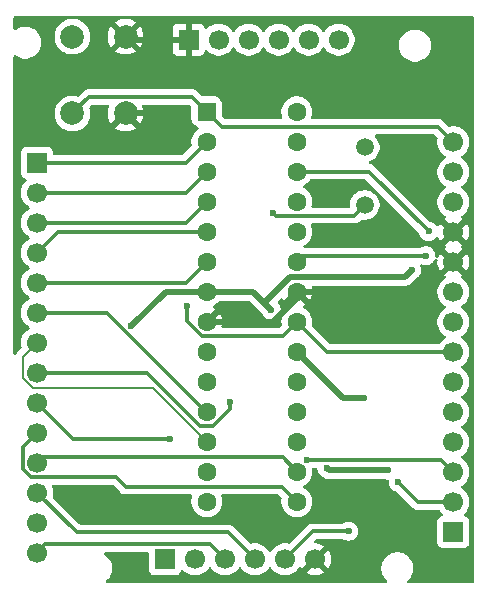
<source format=gbr>
%TF.GenerationSoftware,KiCad,Pcbnew,9.0.2*%
%TF.CreationDate,2025-07-07T19:43:33+05:30*%
%TF.ProjectId,Atmega328p_based,41746d65-6761-4333-9238-705f62617365,rev?*%
%TF.SameCoordinates,Original*%
%TF.FileFunction,Copper,L2,Bot*%
%TF.FilePolarity,Positive*%
%FSLAX46Y46*%
G04 Gerber Fmt 4.6, Leading zero omitted, Abs format (unit mm)*
G04 Created by KiCad (PCBNEW 9.0.2) date 2025-07-07 19:43:33*
%MOMM*%
%LPD*%
G01*
G04 APERTURE LIST*
G04 Aperture macros list*
%AMRoundRect*
0 Rectangle with rounded corners*
0 $1 Rounding radius*
0 $2 $3 $4 $5 $6 $7 $8 $9 X,Y pos of 4 corners*
0 Add a 4 corners polygon primitive as box body*
4,1,4,$2,$3,$4,$5,$6,$7,$8,$9,$2,$3,0*
0 Add four circle primitives for the rounded corners*
1,1,$1+$1,$2,$3*
1,1,$1+$1,$4,$5*
1,1,$1+$1,$6,$7*
1,1,$1+$1,$8,$9*
0 Add four rect primitives between the rounded corners*
20,1,$1+$1,$2,$3,$4,$5,0*
20,1,$1+$1,$4,$5,$6,$7,0*
20,1,$1+$1,$6,$7,$8,$9,0*
20,1,$1+$1,$8,$9,$2,$3,0*%
G04 Aperture macros list end*
%TA.AperFunction,ComponentPad*%
%ADD10R,1.700000X1.700000*%
%TD*%
%TA.AperFunction,ComponentPad*%
%ADD11C,1.700000*%
%TD*%
%TA.AperFunction,ComponentPad*%
%ADD12RoundRect,0.250000X-0.550000X-0.550000X0.550000X-0.550000X0.550000X0.550000X-0.550000X0.550000X0*%
%TD*%
%TA.AperFunction,ComponentPad*%
%ADD13C,1.600000*%
%TD*%
%TA.AperFunction,ComponentPad*%
%ADD14C,1.500000*%
%TD*%
%TA.AperFunction,ComponentPad*%
%ADD15C,2.000000*%
%TD*%
%TA.AperFunction,ViaPad*%
%ADD16C,0.600000*%
%TD*%
%TA.AperFunction,Conductor*%
%ADD17C,0.500000*%
%TD*%
%TA.AperFunction,Conductor*%
%ADD18C,0.300000*%
%TD*%
%TA.AperFunction,Conductor*%
%ADD19C,0.200000*%
%TD*%
G04 APERTURE END LIST*
D10*
%TO.P,J3,1,Pin_1*%
%TO.N,/A0*%
X166750000Y-106200000D03*
D11*
%TO.P,J3,2,Pin_2*%
%TO.N,/A1*%
X166750000Y-103660000D03*
%TO.P,J3,3,Pin_3*%
%TO.N,/A2*%
X166750000Y-101120000D03*
%TO.P,J3,4,Pin_4*%
%TO.N,/A3*%
X166750000Y-98580000D03*
%TO.P,J3,5,Pin_5*%
%TO.N,/A4*%
X166750000Y-96040000D03*
%TO.P,J3,6,Pin_6*%
%TO.N,/A5*%
X166750000Y-93500000D03*
%TO.P,J3,7,Pin_7*%
%TO.N,/AREF*%
X166750000Y-90960000D03*
%TO.P,J3,8,Pin_8*%
%TO.N,unconnected-(J3-Pin_8-Pad8)*%
X166750000Y-88420000D03*
%TO.P,J3,9,Pin_9*%
%TO.N,unconnected-(J3-Pin_9-Pad9)*%
X166750000Y-85880000D03*
%TO.P,J3,10,Pin_10*%
%TO.N,GND*%
X166750000Y-83340000D03*
%TO.P,J3,11,Pin_11*%
X166750000Y-80800000D03*
%TO.P,J3,12,Pin_12*%
%TO.N,+5V*%
X166750000Y-78260000D03*
%TO.P,J3,13,Pin_13*%
%TO.N,Vin*%
X166750000Y-75720000D03*
%TO.P,J3,14,Pin_14*%
%TO.N,/RST *%
X166750000Y-73180000D03*
%TD*%
D12*
%TO.P,U1,1,~{RESET}/PC6*%
%TO.N,/RST *%
X145880000Y-70600000D03*
D13*
%TO.P,U1,2,PD0*%
%TO.N,/RX*%
X145880000Y-73140000D03*
%TO.P,U1,3,PD1*%
%TO.N,/TX*%
X145880000Y-75680000D03*
%TO.P,U1,4,PD2*%
%TO.N,/D2*%
X145880000Y-78220000D03*
%TO.P,U1,5,PD3*%
%TO.N,/D3*%
X145880000Y-80760000D03*
%TO.P,U1,6,PD4*%
%TO.N,/D4*%
X145880000Y-83300000D03*
%TO.P,U1,7,VCC*%
%TO.N,+5V*%
X145880000Y-85840000D03*
%TO.P,U1,8,GND*%
%TO.N,GND*%
X145880000Y-88380000D03*
%TO.P,U1,9,XTAL1/PB6*%
%TO.N,/PB6*%
X145880000Y-90920000D03*
%TO.P,U1,10,XTAL2/PB7*%
%TO.N,/PB7*%
X145880000Y-93460000D03*
%TO.P,U1,11,PD5*%
%TO.N,/D5*%
X145880000Y-96000000D03*
%TO.P,U1,12,PD6*%
%TO.N,/D6*%
X145880000Y-98540000D03*
%TO.P,U1,13,PD7*%
%TO.N,/D7*%
X145880000Y-101080000D03*
%TO.P,U1,14,PB0*%
%TO.N,/D8*%
X145880000Y-103620000D03*
%TO.P,U1,15,PB1*%
%TO.N,/D9*%
X153500000Y-103620000D03*
%TO.P,U1,16,PB2*%
%TO.N,/D10*%
X153500000Y-101080000D03*
%TO.P,U1,17,PB3*%
%TO.N,/ MOSI*%
X153500000Y-98540000D03*
%TO.P,U1,18,PB4*%
%TO.N,/MISO*%
X153500000Y-96000000D03*
%TO.P,U1,19,PB5*%
%TO.N,/SCK*%
X153500000Y-93460000D03*
%TO.P,U1,20,AVCC*%
%TO.N,+5V*%
X153500000Y-90920000D03*
%TO.P,U1,21,AREF*%
%TO.N,/AREF*%
X153500000Y-88380000D03*
%TO.P,U1,22,GND*%
%TO.N,GND*%
X153500000Y-85840000D03*
%TO.P,U1,23,PC0*%
%TO.N,/A0*%
X153500000Y-83300000D03*
%TO.P,U1,24,PC1*%
%TO.N,/A1*%
X153500000Y-80760000D03*
%TO.P,U1,25,PC2*%
%TO.N,/A2*%
X153500000Y-78220000D03*
%TO.P,U1,26,PC3*%
%TO.N,/A3*%
X153500000Y-75680000D03*
%TO.P,U1,27,PC4*%
%TO.N,/SDA*%
X153500000Y-73140000D03*
%TO.P,U1,28,PC5*%
%TO.N,/SCL*%
X153500000Y-70600000D03*
%TD*%
D14*
%TO.P,Y1,1,1*%
%TO.N,/PB7*%
X159250000Y-78500000D03*
%TO.P,Y1,2,2*%
%TO.N,/PB6*%
X159250000Y-73620000D03*
%TD*%
D10*
%TO.P,J1,1,MISO*%
%TO.N,/MISO*%
X142340000Y-108500000D03*
D11*
%TO.P,J1,2,VCC*%
%TO.N,+5V*%
X144880000Y-108500000D03*
%TO.P,J1,3,SCK*%
%TO.N,/SCK*%
X147420000Y-108500000D03*
%TO.P,J1,4,MOSI*%
%TO.N,/ MOSI*%
X149960000Y-108500000D03*
%TO.P,J1,5,~{RST}*%
%TO.N,/RST *%
X152500000Y-108500000D03*
%TO.P,J1,6,GND*%
%TO.N,GND*%
X155040000Y-108500000D03*
%TD*%
D10*
%TO.P,J2,1,Pin_1*%
%TO.N,/RX*%
X131500000Y-74920000D03*
D11*
%TO.P,J2,2,Pin_2*%
%TO.N,/TX*%
X131500000Y-77460000D03*
%TO.P,J2,3,Pin_3*%
%TO.N,/D2*%
X131500000Y-80000000D03*
%TO.P,J2,4,Pin_4*%
%TO.N,/D3*%
X131500000Y-82540000D03*
%TO.P,J2,5,Pin_5*%
%TO.N,/D4*%
X131500000Y-85080000D03*
%TO.P,J2,6,Pin_6*%
%TO.N,/D5*%
X131500000Y-87620000D03*
%TO.P,J2,7,Pin_7*%
%TO.N,/D6*%
X131500000Y-90160000D03*
%TO.P,J2,8,Pin_8*%
%TO.N,/D7*%
X131500000Y-92700000D03*
%TO.P,J2,9,Pin_9*%
%TO.N,/D8*%
X131500000Y-95240000D03*
%TO.P,J2,10,Pin_10*%
%TO.N,/D9*%
X131500000Y-97780000D03*
%TO.P,J2,11,Pin_11*%
%TO.N,/D10*%
X131500000Y-100320000D03*
%TO.P,J2,12,Pin_12*%
%TO.N,/ MOSI*%
X131500000Y-102860000D03*
%TO.P,J2,13,Pin_13*%
%TO.N,/ MISO*%
X131500000Y-105400000D03*
%TO.P,J2,14,Pin_14*%
%TO.N,/SCK*%
X131500000Y-107940000D03*
%TD*%
D15*
%TO.P,SW1,1,1*%
%TO.N,/RST *%
X134500000Y-70750000D03*
X134500000Y-64250000D03*
%TO.P,SW1,2,2*%
%TO.N,GND*%
X139000000Y-70750000D03*
X139000000Y-64250000D03*
%TD*%
D10*
%TO.P,J5,1,Pin_1*%
%TO.N,GND*%
X144340000Y-64500000D03*
D11*
%TO.P,J5,2,Pin_2*%
%TO.N,+5V*%
X146880000Y-64500000D03*
%TO.P,J5,3,Pin_3*%
%TO.N,/RX*%
X149420000Y-64500000D03*
%TO.P,J5,4,Pin_4*%
%TO.N,/TX*%
X151960000Y-64500000D03*
%TO.P,J5,5,Pin_5*%
%TO.N,/CTS - AVR*%
X154500000Y-64500000D03*
%TO.P,J5,6,Pin_6*%
%TO.N,/DTR - AVR*%
X157040000Y-64500000D03*
%TD*%
D16*
%TO.N,GND*%
X163945700Y-85840000D03*
X144168300Y-72129800D03*
%TO.N,+5V*%
X151352000Y-87426400D03*
X163224600Y-83994500D03*
X139497000Y-88732100D03*
X159221200Y-94836100D03*
%TO.N,/RST *%
X157875000Y-106125000D03*
%TO.N,/AREF*%
X144168800Y-87018200D03*
%TO.N,/D7*%
X147840300Y-95181900D03*
%TO.N,/D8*%
X142734400Y-98287500D03*
%TO.N,/A3*%
X164654200Y-80736100D03*
%TO.N,/A0*%
X164434500Y-82786900D03*
%TO.N,/A2*%
X154346000Y-100077300D03*
%TO.N,/A1*%
X162089500Y-101974200D03*
%TO.N,Vin*%
X161212200Y-100950700D03*
X156019000Y-100763100D03*
%TO.N,/PB7*%
X151509200Y-79166300D03*
%TD*%
D17*
%TO.N,GND*%
X139250000Y-64500000D02*
X139000000Y-64250000D01*
X145880000Y-88380000D02*
X151461500Y-88380000D01*
X164250000Y-85840000D02*
X166750000Y-83340000D01*
X139000000Y-70750000D02*
X142788500Y-70750000D01*
X151461500Y-88380000D02*
X153500000Y-86341500D01*
X153500000Y-86341500D02*
X153500000Y-85840000D01*
X144340000Y-64500000D02*
X139250000Y-64500000D01*
X153500000Y-85840000D02*
X163945700Y-85840000D01*
X142788500Y-70750000D02*
X144168300Y-72129800D01*
X163945700Y-85840000D02*
X164250000Y-85840000D01*
%TO.N,+5V*%
X152919400Y-84570000D02*
X150707500Y-86781900D01*
X139497000Y-88732100D02*
X142389100Y-85840000D01*
X159221200Y-94836100D02*
X157416100Y-94836100D01*
X151352000Y-87426400D02*
X150707500Y-86781900D01*
X163224600Y-83994500D02*
X162649100Y-84570000D01*
X150707500Y-86781900D02*
X149765600Y-85840000D01*
X162649100Y-84570000D02*
X152919400Y-84570000D01*
X149765600Y-85840000D02*
X145880000Y-85840000D01*
X142389100Y-85840000D02*
X145880000Y-85840000D01*
X157416100Y-94836100D02*
X153500000Y-90920000D01*
D18*
%TO.N,/RST *%
X154875000Y-106125000D02*
X152500000Y-108500000D01*
X145880000Y-70600000D02*
X144649500Y-69369500D01*
X135880500Y-69369500D02*
X134500000Y-70750000D01*
X165440000Y-71870000D02*
X147150000Y-71870000D01*
X166750000Y-73180000D02*
X165440000Y-71870000D01*
X147150000Y-71870000D02*
X145880000Y-70600000D01*
X157875000Y-106125000D02*
X154875000Y-106125000D01*
X144649500Y-69369500D02*
X135880500Y-69369500D01*
%TO.N,/AREF*%
X152298800Y-89581200D02*
X145437600Y-89581200D01*
X144168800Y-88312400D02*
X144168800Y-87018200D01*
X153500000Y-88380000D02*
X156080000Y-90960000D01*
X156080000Y-90960000D02*
X166750000Y-90960000D01*
X153500000Y-88380000D02*
X152298800Y-89581200D01*
X145437600Y-89581200D02*
X144168800Y-88312400D01*
%TO.N,/D10*%
X131500000Y-100320000D02*
X131946300Y-99873700D01*
X152293700Y-99873700D02*
X153500000Y-101080000D01*
X131946300Y-99873700D02*
X152293700Y-99873700D01*
D19*
%TO.N,/D6*%
X130301100Y-91358900D02*
X130301100Y-93142900D01*
X141310000Y-93970000D02*
X145880000Y-98540000D01*
X130301100Y-93142900D02*
X131128200Y-93970000D01*
X131500000Y-90160000D02*
X130301100Y-91358900D01*
X131128200Y-93970000D02*
X141310000Y-93970000D01*
D18*
%TO.N,/D2*%
X131500000Y-80000000D02*
X144100000Y-80000000D01*
X144100000Y-80000000D02*
X145880000Y-78220000D01*
%TO.N,/D5*%
X137463400Y-87620000D02*
X145843400Y-96000000D01*
X145843400Y-96000000D02*
X145880000Y-96000000D01*
X131500000Y-87620000D02*
X137463400Y-87620000D01*
%TO.N,/D4*%
X145880000Y-83300000D02*
X144100000Y-85080000D01*
X144100000Y-85080000D02*
X131500000Y-85080000D01*
%TO.N,/D7*%
X147840300Y-95741000D02*
X147840300Y-95181900D01*
X145283800Y-97168700D02*
X146412600Y-97168700D01*
X140815100Y-92700000D02*
X145283800Y-97168700D01*
X131500000Y-92700000D02*
X140815100Y-92700000D01*
X146412600Y-97168700D02*
X147840300Y-95741000D01*
%TO.N,/D3*%
X145880000Y-80760000D02*
X133280000Y-80760000D01*
X133280000Y-80760000D02*
X131500000Y-82540000D01*
%TO.N,/D9*%
X130294500Y-100855100D02*
X130965600Y-101526200D01*
X138213800Y-101526200D02*
X139037600Y-102350000D01*
X130294500Y-98985500D02*
X130294500Y-100855100D01*
X139037600Y-102350000D02*
X152230000Y-102350000D01*
X152230000Y-102350000D02*
X153500000Y-103620000D01*
X130965600Y-101526200D02*
X138213800Y-101526200D01*
X131500000Y-97780000D02*
X130294500Y-98985500D01*
%TO.N,/D8*%
X134547500Y-98287500D02*
X131500000Y-95240000D01*
X142734400Y-98287500D02*
X134547500Y-98287500D01*
%TO.N,/A3*%
X159598100Y-75680000D02*
X164654200Y-80736100D01*
X153500000Y-75680000D02*
X159598100Y-75680000D01*
%TO.N,/A0*%
X153500000Y-83300000D02*
X154013100Y-82786900D01*
X154013100Y-82786900D02*
X164434500Y-82786900D01*
%TO.N,/A2*%
X154346000Y-100077300D02*
X165707300Y-100077300D01*
X165707300Y-100077300D02*
X166750000Y-101120000D01*
%TO.N,/A1*%
X163775300Y-103660000D02*
X166750000Y-103660000D01*
X162089500Y-101974200D02*
X163775300Y-103660000D01*
D17*
%TO.N,Vin*%
X156206600Y-100950700D02*
X156019000Y-100763100D01*
X161212200Y-100950700D02*
X156206600Y-100950700D01*
D18*
%TO.N,/PB7*%
X151752000Y-79409100D02*
X158340900Y-79409100D01*
X158340900Y-79409100D02*
X159250000Y-78500000D01*
X151509200Y-79166300D02*
X151752000Y-79409100D01*
%TO.N,/SCK*%
X132199100Y-107240900D02*
X146160900Y-107240900D01*
X146160900Y-107240900D02*
X147420000Y-108500000D01*
X131500000Y-107940000D02*
X132199100Y-107240900D01*
%TO.N,/ MOSI*%
X134851900Y-106211900D02*
X147671900Y-106211900D01*
X131500000Y-102860000D02*
X134851900Y-106211900D01*
X147671900Y-106211900D02*
X149960000Y-108500000D01*
%TO.N,/TX*%
X144100000Y-77460000D02*
X145880000Y-75680000D01*
X131500000Y-77460000D02*
X144100000Y-77460000D01*
%TO.N,/RX*%
X145880000Y-73140000D02*
X144100000Y-74920000D01*
X144100000Y-74920000D02*
X131500000Y-74920000D01*
%TD*%
%TA.AperFunction,Conductor*%
%TO.N,GND*%
G36*
X168442539Y-62520185D02*
G01*
X168488294Y-62572989D01*
X168499500Y-62624500D01*
X168499500Y-110375500D01*
X168479815Y-110442539D01*
X168427011Y-110488294D01*
X168375500Y-110499500D01*
X162959029Y-110499500D01*
X162891990Y-110479815D01*
X162846235Y-110427011D01*
X162836291Y-110357853D01*
X162865316Y-110294297D01*
X162878493Y-110281214D01*
X162879789Y-110280106D01*
X162879788Y-110280106D01*
X162879792Y-110280104D01*
X163030104Y-110129792D01*
X163030106Y-110129788D01*
X163030109Y-110129786D01*
X163155048Y-109957820D01*
X163155047Y-109957820D01*
X163155051Y-109957816D01*
X163251557Y-109768412D01*
X163317246Y-109566243D01*
X163350500Y-109356287D01*
X163350500Y-109143713D01*
X163317246Y-108933757D01*
X163251557Y-108731588D01*
X163155051Y-108542184D01*
X163155049Y-108542181D01*
X163155048Y-108542179D01*
X163030109Y-108370213D01*
X162879786Y-108219890D01*
X162707820Y-108094951D01*
X162518414Y-107998444D01*
X162518413Y-107998443D01*
X162518412Y-107998443D01*
X162316243Y-107932754D01*
X162316241Y-107932753D01*
X162316240Y-107932753D01*
X162125897Y-107902606D01*
X162106287Y-107899500D01*
X161893713Y-107899500D01*
X161874103Y-107902606D01*
X161683760Y-107932753D01*
X161481585Y-107998444D01*
X161292179Y-108094951D01*
X161120213Y-108219890D01*
X160969890Y-108370213D01*
X160844951Y-108542179D01*
X160748444Y-108731585D01*
X160682753Y-108933760D01*
X160669346Y-109018412D01*
X160649500Y-109143713D01*
X160649500Y-109356287D01*
X160656087Y-109397873D01*
X160669146Y-109480330D01*
X160682754Y-109566243D01*
X160742966Y-109751557D01*
X160748444Y-109768414D01*
X160844951Y-109957820D01*
X160969890Y-110129786D01*
X161120210Y-110280106D01*
X161121507Y-110281214D01*
X161121862Y-110281758D01*
X161123653Y-110283549D01*
X161123276Y-110283925D01*
X161159698Y-110339723D01*
X161160193Y-110409591D01*
X161122836Y-110468635D01*
X161059488Y-110498110D01*
X161040971Y-110499500D01*
X137459029Y-110499500D01*
X137391990Y-110479815D01*
X137346235Y-110427011D01*
X137336291Y-110357853D01*
X137365316Y-110294297D01*
X137378493Y-110281214D01*
X137379789Y-110280106D01*
X137379788Y-110280106D01*
X137379792Y-110280104D01*
X137530104Y-110129792D01*
X137530106Y-110129788D01*
X137530109Y-110129786D01*
X137655048Y-109957820D01*
X137655047Y-109957820D01*
X137655051Y-109957816D01*
X137751557Y-109768412D01*
X137817246Y-109566243D01*
X137850500Y-109356287D01*
X137850500Y-109143713D01*
X137817246Y-108933757D01*
X137751557Y-108731588D01*
X137655051Y-108542184D01*
X137655049Y-108542181D01*
X137655048Y-108542179D01*
X137530109Y-108370213D01*
X137379792Y-108219896D01*
X137330205Y-108183869D01*
X137236402Y-108115717D01*
X137193737Y-108060389D01*
X137187758Y-107990775D01*
X137220363Y-107928980D01*
X137281202Y-107894623D01*
X137309288Y-107891400D01*
X140865500Y-107891400D01*
X140932539Y-107911085D01*
X140978294Y-107963889D01*
X140989500Y-108015400D01*
X140989500Y-109397870D01*
X140989501Y-109397876D01*
X140995908Y-109457483D01*
X141046202Y-109592328D01*
X141046206Y-109592335D01*
X141132452Y-109707544D01*
X141132455Y-109707547D01*
X141247664Y-109793793D01*
X141247671Y-109793797D01*
X141382517Y-109844091D01*
X141382516Y-109844091D01*
X141389444Y-109844835D01*
X141442127Y-109850500D01*
X143237872Y-109850499D01*
X143297483Y-109844091D01*
X143432331Y-109793796D01*
X143547546Y-109707546D01*
X143633796Y-109592331D01*
X143682810Y-109460916D01*
X143724681Y-109404984D01*
X143790145Y-109380566D01*
X143858418Y-109395417D01*
X143886673Y-109416569D01*
X144000213Y-109530109D01*
X144172179Y-109655048D01*
X144172181Y-109655049D01*
X144172184Y-109655051D01*
X144361588Y-109751557D01*
X144563757Y-109817246D01*
X144773713Y-109850500D01*
X144773714Y-109850500D01*
X144986286Y-109850500D01*
X144986287Y-109850500D01*
X145196243Y-109817246D01*
X145398412Y-109751557D01*
X145587816Y-109655051D01*
X145674138Y-109592335D01*
X145759786Y-109530109D01*
X145759788Y-109530106D01*
X145759792Y-109530104D01*
X145910104Y-109379792D01*
X145910106Y-109379788D01*
X145910109Y-109379786D01*
X146035048Y-109207820D01*
X146035047Y-109207820D01*
X146035051Y-109207816D01*
X146039514Y-109199054D01*
X146087488Y-109148259D01*
X146155308Y-109131463D01*
X146221444Y-109153999D01*
X146260486Y-109199056D01*
X146264951Y-109207820D01*
X146389890Y-109379786D01*
X146540213Y-109530109D01*
X146712179Y-109655048D01*
X146712181Y-109655049D01*
X146712184Y-109655051D01*
X146901588Y-109751557D01*
X147103757Y-109817246D01*
X147313713Y-109850500D01*
X147313714Y-109850500D01*
X147526286Y-109850500D01*
X147526287Y-109850500D01*
X147736243Y-109817246D01*
X147938412Y-109751557D01*
X148127816Y-109655051D01*
X148214138Y-109592335D01*
X148299786Y-109530109D01*
X148299788Y-109530106D01*
X148299792Y-109530104D01*
X148450104Y-109379792D01*
X148450106Y-109379788D01*
X148450109Y-109379786D01*
X148575048Y-109207820D01*
X148575047Y-109207820D01*
X148575051Y-109207816D01*
X148579514Y-109199054D01*
X148627488Y-109148259D01*
X148695308Y-109131463D01*
X148761444Y-109153999D01*
X148800486Y-109199056D01*
X148804951Y-109207820D01*
X148929890Y-109379786D01*
X149080213Y-109530109D01*
X149252179Y-109655048D01*
X149252181Y-109655049D01*
X149252184Y-109655051D01*
X149441588Y-109751557D01*
X149643757Y-109817246D01*
X149853713Y-109850500D01*
X149853714Y-109850500D01*
X150066286Y-109850500D01*
X150066287Y-109850500D01*
X150276243Y-109817246D01*
X150478412Y-109751557D01*
X150667816Y-109655051D01*
X150754138Y-109592335D01*
X150839786Y-109530109D01*
X150839788Y-109530106D01*
X150839792Y-109530104D01*
X150990104Y-109379792D01*
X150990106Y-109379788D01*
X150990109Y-109379786D01*
X151115048Y-109207820D01*
X151115047Y-109207820D01*
X151115051Y-109207816D01*
X151119514Y-109199054D01*
X151167488Y-109148259D01*
X151235308Y-109131463D01*
X151301444Y-109153999D01*
X151340486Y-109199056D01*
X151344951Y-109207820D01*
X151469890Y-109379786D01*
X151620213Y-109530109D01*
X151792179Y-109655048D01*
X151792181Y-109655049D01*
X151792184Y-109655051D01*
X151981588Y-109751557D01*
X152183757Y-109817246D01*
X152393713Y-109850500D01*
X152393714Y-109850500D01*
X152606286Y-109850500D01*
X152606287Y-109850500D01*
X152816243Y-109817246D01*
X153018412Y-109751557D01*
X153207816Y-109655051D01*
X153294138Y-109592335D01*
X153379786Y-109530109D01*
X153379788Y-109530106D01*
X153379792Y-109530104D01*
X153530104Y-109379792D01*
X153530106Y-109379788D01*
X153530109Y-109379786D01*
X153615890Y-109261717D01*
X153655051Y-109207816D01*
X153659793Y-109198508D01*
X153707763Y-109147711D01*
X153775583Y-109130911D01*
X153841719Y-109153445D01*
X153880763Y-109198500D01*
X153885373Y-109207547D01*
X153924728Y-109261716D01*
X154557037Y-108629408D01*
X154574075Y-108692993D01*
X154639901Y-108807007D01*
X154732993Y-108900099D01*
X154847007Y-108965925D01*
X154910590Y-108982962D01*
X154278282Y-109615269D01*
X154278282Y-109615270D01*
X154332449Y-109654624D01*
X154521782Y-109751095D01*
X154723870Y-109816757D01*
X154933754Y-109850000D01*
X155146246Y-109850000D01*
X155356127Y-109816757D01*
X155356130Y-109816757D01*
X155558217Y-109751095D01*
X155747554Y-109654622D01*
X155801716Y-109615270D01*
X155801717Y-109615270D01*
X155169408Y-108982962D01*
X155232993Y-108965925D01*
X155347007Y-108900099D01*
X155440099Y-108807007D01*
X155505925Y-108692993D01*
X155522962Y-108629408D01*
X156155270Y-109261717D01*
X156155270Y-109261716D01*
X156194622Y-109207554D01*
X156291095Y-109018217D01*
X156356757Y-108816130D01*
X156356757Y-108816127D01*
X156390000Y-108606246D01*
X156390000Y-108393753D01*
X156356757Y-108183872D01*
X156356757Y-108183869D01*
X156291095Y-107981782D01*
X156194624Y-107792449D01*
X156155270Y-107738282D01*
X156155269Y-107738282D01*
X155522962Y-108370590D01*
X155505925Y-108307007D01*
X155440099Y-108192993D01*
X155347007Y-108099901D01*
X155232993Y-108034075D01*
X155169408Y-108017037D01*
X155801716Y-107384728D01*
X155747550Y-107345375D01*
X155558217Y-107248904D01*
X155356129Y-107183242D01*
X155146246Y-107150000D01*
X155069306Y-107150000D01*
X155048060Y-107143761D01*
X155025972Y-107142182D01*
X155015188Y-107134109D01*
X155002267Y-107130315D01*
X154987767Y-107113581D01*
X154970039Y-107100310D01*
X154965331Y-107087689D01*
X154956512Y-107077511D01*
X154953360Y-107055593D01*
X154945622Y-107034846D01*
X154948484Y-107021685D01*
X154946568Y-107008353D01*
X154955767Y-106988209D01*
X154960474Y-106966573D01*
X154973743Y-106948846D01*
X154975593Y-106944797D01*
X154981599Y-106938345D01*
X155108128Y-106811816D01*
X155169449Y-106778334D01*
X155195807Y-106775500D01*
X157370065Y-106775500D01*
X157437104Y-106795185D01*
X157438909Y-106796366D01*
X157495821Y-106834394D01*
X157495823Y-106834395D01*
X157495827Y-106834397D01*
X157610958Y-106882085D01*
X157641503Y-106894737D01*
X157796153Y-106925499D01*
X157796156Y-106925500D01*
X157796158Y-106925500D01*
X157953844Y-106925500D01*
X157953845Y-106925499D01*
X158108497Y-106894737D01*
X158254179Y-106834394D01*
X158385289Y-106746789D01*
X158496789Y-106635289D01*
X158584394Y-106504179D01*
X158644737Y-106358497D01*
X158675500Y-106203842D01*
X158675500Y-106046158D01*
X158675500Y-106046155D01*
X158675499Y-106046153D01*
X158650090Y-105918414D01*
X158644737Y-105891503D01*
X158644735Y-105891498D01*
X158584397Y-105745827D01*
X158584390Y-105745814D01*
X158496789Y-105614711D01*
X158496786Y-105614707D01*
X158385292Y-105503213D01*
X158385288Y-105503210D01*
X158254185Y-105415609D01*
X158254172Y-105415602D01*
X158108501Y-105355264D01*
X158108489Y-105355261D01*
X157953845Y-105324500D01*
X157953842Y-105324500D01*
X157796158Y-105324500D01*
X157796155Y-105324500D01*
X157641510Y-105355261D01*
X157641498Y-105355264D01*
X157495827Y-105415602D01*
X157495820Y-105415606D01*
X157474566Y-105429808D01*
X157438955Y-105453602D01*
X157372279Y-105474480D01*
X157370065Y-105474500D01*
X154810929Y-105474500D01*
X154690072Y-105498541D01*
X154690066Y-105498542D01*
X154685260Y-105499497D01*
X154685257Y-105499498D01*
X154566875Y-105548533D01*
X154566866Y-105548538D01*
X154460331Y-105619723D01*
X154460327Y-105619726D01*
X152930711Y-107149342D01*
X152869388Y-107182827D01*
X152821244Y-107182317D01*
X152821055Y-107183516D01*
X152656689Y-107157483D01*
X152606287Y-107149500D01*
X152393713Y-107149500D01*
X152345042Y-107157208D01*
X152183760Y-107182753D01*
X151981585Y-107248444D01*
X151792179Y-107344951D01*
X151620213Y-107469890D01*
X151469890Y-107620213D01*
X151344949Y-107792182D01*
X151340484Y-107800946D01*
X151292509Y-107851742D01*
X151224688Y-107868536D01*
X151158553Y-107845998D01*
X151119516Y-107800946D01*
X151115050Y-107792182D01*
X150990109Y-107620213D01*
X150839786Y-107469890D01*
X150667820Y-107344951D01*
X150478414Y-107248444D01*
X150478413Y-107248443D01*
X150478412Y-107248443D01*
X150276243Y-107182754D01*
X150276241Y-107182753D01*
X150276240Y-107182753D01*
X150114957Y-107157208D01*
X150066287Y-107149500D01*
X149853713Y-107149500D01*
X149803311Y-107157483D01*
X149638945Y-107183516D01*
X149638686Y-107181882D01*
X149576094Y-107178730D01*
X149529288Y-107149342D01*
X148086574Y-105706627D01*
X148086573Y-105706626D01*
X148086569Y-105706623D01*
X147980027Y-105635435D01*
X147942102Y-105619726D01*
X147861644Y-105586399D01*
X147861638Y-105586397D01*
X147735971Y-105561400D01*
X147735969Y-105561400D01*
X135172708Y-105561400D01*
X135105669Y-105541715D01*
X135085027Y-105525081D01*
X132850657Y-103290711D01*
X132817172Y-103229388D01*
X132817689Y-103181245D01*
X132816484Y-103181055D01*
X132843656Y-103009500D01*
X132850500Y-102966287D01*
X132850500Y-102753713D01*
X132817246Y-102543757D01*
X132751557Y-102341588D01*
X132750722Y-102339018D01*
X132748727Y-102269177D01*
X132784807Y-102209344D01*
X132847508Y-102178516D01*
X132868653Y-102176700D01*
X137892992Y-102176700D01*
X137960031Y-102196385D01*
X137980673Y-102213019D01*
X138268139Y-102500484D01*
X138532324Y-102764669D01*
X138622931Y-102855276D01*
X138622932Y-102855277D01*
X138729466Y-102926461D01*
X138729472Y-102926464D01*
X138729473Y-102926465D01*
X138847856Y-102975501D01*
X138847860Y-102975501D01*
X138847861Y-102975502D01*
X138973528Y-103000500D01*
X138973531Y-103000500D01*
X144543190Y-103000500D01*
X144610229Y-103020185D01*
X144655984Y-103072989D01*
X144665928Y-103142147D01*
X144661121Y-103162818D01*
X144611523Y-103315461D01*
X144611523Y-103315464D01*
X144579500Y-103517648D01*
X144579500Y-103722351D01*
X144611522Y-103924534D01*
X144674781Y-104119223D01*
X144767715Y-104301613D01*
X144888028Y-104467213D01*
X145032786Y-104611971D01*
X145174113Y-104714649D01*
X145198390Y-104732287D01*
X145300552Y-104784341D01*
X145380776Y-104825218D01*
X145380778Y-104825218D01*
X145380781Y-104825220D01*
X145485137Y-104859127D01*
X145575465Y-104888477D01*
X145676557Y-104904488D01*
X145777648Y-104920500D01*
X145777649Y-104920500D01*
X145982351Y-104920500D01*
X145982352Y-104920500D01*
X146184534Y-104888477D01*
X146379219Y-104825220D01*
X146561610Y-104732287D01*
X146654590Y-104664732D01*
X146727213Y-104611971D01*
X146727215Y-104611968D01*
X146727219Y-104611966D01*
X146871966Y-104467219D01*
X146871968Y-104467215D01*
X146871971Y-104467213D01*
X146971526Y-104330185D01*
X146992287Y-104301610D01*
X147085220Y-104119219D01*
X147148477Y-103924534D01*
X147180500Y-103722352D01*
X147180500Y-103517648D01*
X147148477Y-103315466D01*
X147148476Y-103315462D01*
X147148476Y-103315461D01*
X147098879Y-103162818D01*
X147096884Y-103092977D01*
X147132964Y-103033144D01*
X147195665Y-103002316D01*
X147216810Y-103000500D01*
X151909192Y-103000500D01*
X151976231Y-103020185D01*
X151996873Y-103036819D01*
X152192862Y-103232808D01*
X152226347Y-103294131D01*
X152227654Y-103339886D01*
X152199500Y-103517647D01*
X152199500Y-103722351D01*
X152231522Y-103924534D01*
X152294781Y-104119223D01*
X152387715Y-104301613D01*
X152508028Y-104467213D01*
X152652786Y-104611971D01*
X152794113Y-104714649D01*
X152818390Y-104732287D01*
X152920552Y-104784341D01*
X153000776Y-104825218D01*
X153000778Y-104825218D01*
X153000781Y-104825220D01*
X153105137Y-104859127D01*
X153195465Y-104888477D01*
X153296557Y-104904488D01*
X153397648Y-104920500D01*
X153397649Y-104920500D01*
X153602351Y-104920500D01*
X153602352Y-104920500D01*
X153804534Y-104888477D01*
X153999219Y-104825220D01*
X154181610Y-104732287D01*
X154274590Y-104664732D01*
X154347213Y-104611971D01*
X154347215Y-104611968D01*
X154347219Y-104611966D01*
X154491966Y-104467219D01*
X154491968Y-104467215D01*
X154491971Y-104467213D01*
X154591526Y-104330185D01*
X154612287Y-104301610D01*
X154705220Y-104119219D01*
X154768477Y-103924534D01*
X154800500Y-103722352D01*
X154800500Y-103517648D01*
X154778447Y-103378412D01*
X154768477Y-103315465D01*
X154723239Y-103176239D01*
X154705220Y-103120781D01*
X154705218Y-103120778D01*
X154705218Y-103120776D01*
X154662439Y-103036819D01*
X154612287Y-102938390D01*
X154603620Y-102926461D01*
X154491971Y-102772786D01*
X154347213Y-102628028D01*
X154181614Y-102507715D01*
X154136028Y-102484488D01*
X154088917Y-102460483D01*
X154038123Y-102412511D01*
X154021328Y-102344690D01*
X154043865Y-102278555D01*
X154088917Y-102239516D01*
X154181610Y-102192287D01*
X154203064Y-102176700D01*
X154347213Y-102071971D01*
X154347215Y-102071968D01*
X154347219Y-102071966D01*
X154491966Y-101927219D01*
X154491968Y-101927215D01*
X154491971Y-101927213D01*
X154577168Y-101809947D01*
X154612287Y-101761610D01*
X154705220Y-101579219D01*
X154768477Y-101384534D01*
X154800500Y-101182352D01*
X154800500Y-100977648D01*
X154784353Y-100875700D01*
X154783640Y-100871198D01*
X154786035Y-100852658D01*
X154783375Y-100834153D01*
X154790421Y-100818723D01*
X154792595Y-100801904D01*
X154804633Y-100787602D01*
X154812400Y-100770597D01*
X154826668Y-100761427D01*
X154837591Y-100748452D01*
X154855451Y-100742929D01*
X154871178Y-100732823D01*
X154902883Y-100728264D01*
X154904343Y-100727813D01*
X154906113Y-100727800D01*
X155094871Y-100727800D01*
X155161910Y-100747485D01*
X155207665Y-100800289D01*
X155217283Y-100835973D01*
X155217311Y-100835968D01*
X155217393Y-100836384D01*
X155218274Y-100839650D01*
X155218500Y-100841945D01*
X155249261Y-100996589D01*
X155249264Y-100996601D01*
X155309602Y-101142272D01*
X155309609Y-101142285D01*
X155397210Y-101273388D01*
X155397213Y-101273392D01*
X155508707Y-101384886D01*
X155508711Y-101384889D01*
X155639817Y-101472492D01*
X155639821Y-101472494D01*
X155663473Y-101482291D01*
X155703702Y-101509169D01*
X155728184Y-101533651D01*
X155728185Y-101533652D01*
X155851098Y-101615780D01*
X155851111Y-101615787D01*
X155974404Y-101666856D01*
X155987687Y-101672358D01*
X155987691Y-101672358D01*
X155987692Y-101672359D01*
X156132679Y-101701200D01*
X156132682Y-101701200D01*
X160907596Y-101701200D01*
X160955044Y-101710637D01*
X160978703Y-101720437D01*
X160978708Y-101720438D01*
X160978711Y-101720439D01*
X161133353Y-101751199D01*
X161133356Y-101751200D01*
X161166580Y-101751200D01*
X161233619Y-101770885D01*
X161279374Y-101823689D01*
X161288795Y-101889214D01*
X161289597Y-101889293D01*
X161289275Y-101892554D01*
X161289318Y-101892847D01*
X161289151Y-101893821D01*
X161289000Y-101895355D01*
X161289000Y-102053046D01*
X161319761Y-102207689D01*
X161319764Y-102207701D01*
X161380102Y-102353372D01*
X161380109Y-102353385D01*
X161467710Y-102484488D01*
X161467713Y-102484492D01*
X161579207Y-102595986D01*
X161579211Y-102595989D01*
X161710314Y-102683590D01*
X161710327Y-102683597D01*
X161797730Y-102719799D01*
X161856003Y-102743937D01*
X161923081Y-102757279D01*
X161984990Y-102789663D01*
X161986570Y-102791215D01*
X163270024Y-104074669D01*
X163325355Y-104130000D01*
X163360632Y-104165277D01*
X163467166Y-104236461D01*
X163467175Y-104236466D01*
X163487655Y-104244949D01*
X163585556Y-104285501D01*
X163585560Y-104285501D01*
X163585561Y-104285502D01*
X163711228Y-104310500D01*
X163711231Y-104310500D01*
X165490382Y-104310500D01*
X165557421Y-104330185D01*
X165591099Y-104364591D01*
X165592085Y-104363875D01*
X165719890Y-104539786D01*
X165833430Y-104653326D01*
X165866915Y-104714649D01*
X165861931Y-104784341D01*
X165820059Y-104840274D01*
X165789083Y-104857189D01*
X165657669Y-104906203D01*
X165657664Y-104906206D01*
X165542455Y-104992452D01*
X165542452Y-104992455D01*
X165456206Y-105107664D01*
X165456202Y-105107671D01*
X165405908Y-105242517D01*
X165399501Y-105302116D01*
X165399501Y-105302123D01*
X165399500Y-105302135D01*
X165399500Y-107097870D01*
X165399501Y-107097876D01*
X165405908Y-107157483D01*
X165456202Y-107292328D01*
X165456206Y-107292335D01*
X165542452Y-107407544D01*
X165542455Y-107407547D01*
X165657664Y-107493793D01*
X165657671Y-107493797D01*
X165792517Y-107544091D01*
X165792516Y-107544091D01*
X165799444Y-107544835D01*
X165852127Y-107550500D01*
X167647872Y-107550499D01*
X167707483Y-107544091D01*
X167842331Y-107493796D01*
X167957546Y-107407546D01*
X168043796Y-107292331D01*
X168094091Y-107157483D01*
X168100500Y-107097873D01*
X168100499Y-105302128D01*
X168094091Y-105242517D01*
X168043796Y-105107669D01*
X168043795Y-105107668D01*
X168043793Y-105107664D01*
X167957547Y-104992455D01*
X167957544Y-104992452D01*
X167842335Y-104906206D01*
X167842328Y-104906202D01*
X167710917Y-104857189D01*
X167654983Y-104815318D01*
X167630566Y-104749853D01*
X167645418Y-104681580D01*
X167666563Y-104653332D01*
X167780104Y-104539792D01*
X167905051Y-104367816D01*
X168001557Y-104178412D01*
X168067246Y-103976243D01*
X168100500Y-103766287D01*
X168100500Y-103553713D01*
X168067246Y-103343757D01*
X168001557Y-103141588D01*
X167905051Y-102952184D01*
X167905049Y-102952181D01*
X167905048Y-102952179D01*
X167780109Y-102780213D01*
X167629786Y-102629890D01*
X167457820Y-102504951D01*
X167457115Y-102504591D01*
X167449054Y-102500485D01*
X167398259Y-102452512D01*
X167381463Y-102384692D01*
X167403999Y-102318556D01*
X167449054Y-102279515D01*
X167457816Y-102275051D01*
X167479789Y-102259086D01*
X167629786Y-102150109D01*
X167629788Y-102150106D01*
X167629792Y-102150104D01*
X167780104Y-101999792D01*
X167780106Y-101999788D01*
X167780109Y-101999786D01*
X167905048Y-101827820D01*
X167905047Y-101827820D01*
X167905051Y-101827816D01*
X168001557Y-101638412D01*
X168067246Y-101436243D01*
X168100500Y-101226287D01*
X168100500Y-101013713D01*
X168067246Y-100803757D01*
X168001557Y-100601588D01*
X167905051Y-100412184D01*
X167905049Y-100412181D01*
X167905048Y-100412179D01*
X167780109Y-100240213D01*
X167629786Y-100089890D01*
X167457820Y-99964951D01*
X167457115Y-99964591D01*
X167449054Y-99960485D01*
X167398259Y-99912512D01*
X167381463Y-99844692D01*
X167403999Y-99778556D01*
X167449054Y-99739515D01*
X167457816Y-99735051D01*
X167479789Y-99719086D01*
X167629786Y-99610109D01*
X167629788Y-99610106D01*
X167629792Y-99610104D01*
X167780104Y-99459792D01*
X167780106Y-99459788D01*
X167780109Y-99459786D01*
X167890704Y-99307563D01*
X167905051Y-99287816D01*
X168001557Y-99098412D01*
X168067246Y-98896243D01*
X168100500Y-98686287D01*
X168100500Y-98473713D01*
X168067246Y-98263757D01*
X168001557Y-98061588D01*
X167905051Y-97872184D01*
X167905049Y-97872181D01*
X167905048Y-97872179D01*
X167780109Y-97700213D01*
X167629786Y-97549890D01*
X167457820Y-97424951D01*
X167457115Y-97424591D01*
X167449054Y-97420485D01*
X167398259Y-97372512D01*
X167381463Y-97304692D01*
X167403999Y-97238556D01*
X167449054Y-97199515D01*
X167457816Y-97195051D01*
X167479789Y-97179086D01*
X167629786Y-97070109D01*
X167629788Y-97070106D01*
X167629792Y-97070104D01*
X167780104Y-96919792D01*
X167780106Y-96919788D01*
X167780109Y-96919786D01*
X167905048Y-96747820D01*
X167905047Y-96747820D01*
X167905051Y-96747816D01*
X168001557Y-96558412D01*
X168067246Y-96356243D01*
X168100500Y-96146287D01*
X168100500Y-95933713D01*
X168067246Y-95723757D01*
X168001557Y-95521588D01*
X167905051Y-95332184D01*
X167905049Y-95332181D01*
X167905048Y-95332179D01*
X167780109Y-95160213D01*
X167629786Y-95009890D01*
X167457820Y-94884951D01*
X167457115Y-94884591D01*
X167449054Y-94880485D01*
X167398259Y-94832512D01*
X167381463Y-94764692D01*
X167403999Y-94698556D01*
X167449054Y-94659515D01*
X167457816Y-94655051D01*
X167479789Y-94639086D01*
X167629786Y-94530109D01*
X167629788Y-94530106D01*
X167629792Y-94530104D01*
X167780104Y-94379792D01*
X167780106Y-94379788D01*
X167780109Y-94379786D01*
X167905048Y-94207820D01*
X167905047Y-94207820D01*
X167905051Y-94207816D01*
X168001557Y-94018412D01*
X168067246Y-93816243D01*
X168100500Y-93606287D01*
X168100500Y-93393713D01*
X168067246Y-93183757D01*
X168001557Y-92981588D01*
X167905051Y-92792184D01*
X167905049Y-92792181D01*
X167905048Y-92792179D01*
X167780109Y-92620213D01*
X167629786Y-92469890D01*
X167457820Y-92344951D01*
X167457115Y-92344591D01*
X167449054Y-92340485D01*
X167398259Y-92292512D01*
X167381463Y-92224692D01*
X167403999Y-92158556D01*
X167449054Y-92119515D01*
X167457816Y-92115051D01*
X167479789Y-92099086D01*
X167629786Y-91990109D01*
X167629788Y-91990106D01*
X167629792Y-91990104D01*
X167780104Y-91839792D01*
X167780106Y-91839788D01*
X167780109Y-91839786D01*
X167905048Y-91667820D01*
X167905047Y-91667820D01*
X167905051Y-91667816D01*
X168001557Y-91478412D01*
X168067246Y-91276243D01*
X168100500Y-91066287D01*
X168100500Y-90853713D01*
X168067246Y-90643757D01*
X168001557Y-90441588D01*
X167905051Y-90252184D01*
X167905049Y-90252181D01*
X167905048Y-90252179D01*
X167780109Y-90080213D01*
X167629786Y-89929890D01*
X167457820Y-89804951D01*
X167457115Y-89804591D01*
X167449054Y-89800485D01*
X167398259Y-89752512D01*
X167381463Y-89684692D01*
X167403999Y-89618556D01*
X167449054Y-89579515D01*
X167457816Y-89575051D01*
X167479789Y-89559086D01*
X167629786Y-89450109D01*
X167629788Y-89450106D01*
X167629792Y-89450104D01*
X167780104Y-89299792D01*
X167780106Y-89299788D01*
X167780109Y-89299786D01*
X167905048Y-89127820D01*
X167905047Y-89127820D01*
X167905051Y-89127816D01*
X168001557Y-88938412D01*
X168067246Y-88736243D01*
X168100500Y-88526287D01*
X168100500Y-88313713D01*
X168067246Y-88103757D01*
X168001557Y-87901588D01*
X167905051Y-87712184D01*
X167905049Y-87712181D01*
X167905048Y-87712179D01*
X167780109Y-87540213D01*
X167629786Y-87389890D01*
X167457820Y-87264951D01*
X167457115Y-87264591D01*
X167449054Y-87260485D01*
X167398259Y-87212512D01*
X167381463Y-87144692D01*
X167403999Y-87078556D01*
X167449054Y-87039515D01*
X167457816Y-87035051D01*
X167507114Y-86999234D01*
X167629786Y-86910109D01*
X167629788Y-86910106D01*
X167629792Y-86910104D01*
X167780104Y-86759792D01*
X167780106Y-86759788D01*
X167780109Y-86759786D01*
X167905048Y-86587820D01*
X167905047Y-86587820D01*
X167905051Y-86587816D01*
X168001557Y-86398412D01*
X168067246Y-86196243D01*
X168100500Y-85986287D01*
X168100500Y-85773713D01*
X168067246Y-85563757D01*
X168001557Y-85361588D01*
X167905051Y-85172184D01*
X167905049Y-85172181D01*
X167905048Y-85172179D01*
X167780109Y-85000213D01*
X167629786Y-84849890D01*
X167457817Y-84724949D01*
X167448504Y-84720204D01*
X167397707Y-84672230D01*
X167380912Y-84604409D01*
X167403449Y-84538274D01*
X167448507Y-84499232D01*
X167457555Y-84494622D01*
X167511716Y-84455270D01*
X167511717Y-84455270D01*
X166879408Y-83822962D01*
X166942993Y-83805925D01*
X167057007Y-83740099D01*
X167150099Y-83647007D01*
X167215925Y-83532993D01*
X167232962Y-83469409D01*
X167865270Y-84101717D01*
X167865270Y-84101716D01*
X167904622Y-84047554D01*
X168001095Y-83858217D01*
X168066757Y-83656130D01*
X168066757Y-83656127D01*
X168100000Y-83446246D01*
X168100000Y-83233753D01*
X168066757Y-83023872D01*
X168066757Y-83023869D01*
X168001095Y-82821782D01*
X167904624Y-82632449D01*
X167865270Y-82578282D01*
X167865269Y-82578282D01*
X167232962Y-83210590D01*
X167215925Y-83147007D01*
X167150099Y-83032993D01*
X167057007Y-82939901D01*
X166942993Y-82874075D01*
X166879409Y-82857037D01*
X167511716Y-82224728D01*
X167457550Y-82185375D01*
X167447954Y-82180486D01*
X167397157Y-82132512D01*
X167380361Y-82064692D01*
X167402897Y-81998556D01*
X167447954Y-81959514D01*
X167457554Y-81954622D01*
X167511716Y-81915270D01*
X167511717Y-81915270D01*
X166879408Y-81282962D01*
X166942993Y-81265925D01*
X167057007Y-81200099D01*
X167150099Y-81107007D01*
X167215925Y-80992993D01*
X167232962Y-80929409D01*
X167865270Y-81561717D01*
X167865270Y-81561716D01*
X167904622Y-81507554D01*
X168001095Y-81318217D01*
X168066757Y-81116130D01*
X168066757Y-81116127D01*
X168100000Y-80906246D01*
X168100000Y-80693753D01*
X168066757Y-80483872D01*
X168066757Y-80483869D01*
X168001095Y-80281782D01*
X167904624Y-80092449D01*
X167865270Y-80038282D01*
X167865269Y-80038282D01*
X167232962Y-80670590D01*
X167215925Y-80607007D01*
X167150099Y-80492993D01*
X167057007Y-80399901D01*
X166942993Y-80334075D01*
X166879409Y-80317037D01*
X167511716Y-79684728D01*
X167457547Y-79645373D01*
X167457547Y-79645372D01*
X167448500Y-79640763D01*
X167397706Y-79592788D01*
X167380912Y-79524966D01*
X167403451Y-79458832D01*
X167448508Y-79419793D01*
X167457816Y-79415051D01*
X167596010Y-79314648D01*
X167629786Y-79290109D01*
X167629788Y-79290106D01*
X167629792Y-79290104D01*
X167780104Y-79139792D01*
X167780106Y-79139788D01*
X167780109Y-79139786D01*
X167905048Y-78967820D01*
X167905047Y-78967820D01*
X167905051Y-78967816D01*
X168001557Y-78778412D01*
X168067246Y-78576243D01*
X168100500Y-78366287D01*
X168100500Y-78153713D01*
X168067246Y-77943757D01*
X168001557Y-77741588D01*
X167905051Y-77552184D01*
X167905049Y-77552181D01*
X167905048Y-77552179D01*
X167780109Y-77380213D01*
X167629786Y-77229890D01*
X167457820Y-77104951D01*
X167457115Y-77104591D01*
X167449054Y-77100485D01*
X167398259Y-77052512D01*
X167381463Y-76984692D01*
X167403999Y-76918556D01*
X167449054Y-76879515D01*
X167457816Y-76875051D01*
X167479789Y-76859086D01*
X167629786Y-76750109D01*
X167629788Y-76750106D01*
X167629792Y-76750104D01*
X167780104Y-76599792D01*
X167780106Y-76599788D01*
X167780109Y-76599786D01*
X167905048Y-76427820D01*
X167905047Y-76427820D01*
X167905051Y-76427816D01*
X168001557Y-76238412D01*
X168067246Y-76036243D01*
X168100500Y-75826287D01*
X168100500Y-75613713D01*
X168067246Y-75403757D01*
X168001557Y-75201588D01*
X167905051Y-75012184D01*
X167905049Y-75012181D01*
X167905048Y-75012179D01*
X167780109Y-74840213D01*
X167629786Y-74689890D01*
X167457820Y-74564951D01*
X167457115Y-74564591D01*
X167449054Y-74560485D01*
X167398259Y-74512512D01*
X167381463Y-74444692D01*
X167403999Y-74378556D01*
X167449054Y-74339515D01*
X167457816Y-74335051D01*
X167479789Y-74319086D01*
X167629786Y-74210109D01*
X167629788Y-74210106D01*
X167629792Y-74210104D01*
X167780104Y-74059792D01*
X167780106Y-74059788D01*
X167780109Y-74059786D01*
X167905048Y-73887820D01*
X167905047Y-73887820D01*
X167905051Y-73887816D01*
X168001557Y-73698412D01*
X168067246Y-73496243D01*
X168100500Y-73286287D01*
X168100500Y-73073713D01*
X168067246Y-72863757D01*
X168001557Y-72661588D01*
X167905051Y-72472184D01*
X167905049Y-72472181D01*
X167905048Y-72472179D01*
X167780109Y-72300213D01*
X167629786Y-72149890D01*
X167457820Y-72024951D01*
X167268414Y-71928444D01*
X167268413Y-71928443D01*
X167268412Y-71928443D01*
X167066243Y-71862754D01*
X167066241Y-71862753D01*
X167066240Y-71862753D01*
X166889825Y-71834812D01*
X166856287Y-71829500D01*
X166643713Y-71829500D01*
X166591827Y-71837718D01*
X166428945Y-71863516D01*
X166428686Y-71861882D01*
X166366094Y-71858730D01*
X166319288Y-71829342D01*
X165854674Y-71364727D01*
X165854673Y-71364726D01*
X165796703Y-71325992D01*
X165748127Y-71293535D01*
X165629744Y-71244499D01*
X165629738Y-71244497D01*
X165504071Y-71219500D01*
X165504069Y-71219500D01*
X154836810Y-71219500D01*
X154769771Y-71199815D01*
X154724016Y-71147011D01*
X154714072Y-71077853D01*
X154718879Y-71057182D01*
X154768476Y-70904538D01*
X154768476Y-70904537D01*
X154768477Y-70904534D01*
X154800500Y-70702352D01*
X154800500Y-70497648D01*
X154786981Y-70412292D01*
X154768477Y-70295465D01*
X154729011Y-70174003D01*
X154705220Y-70100781D01*
X154705218Y-70100778D01*
X154705218Y-70100776D01*
X154653865Y-69999992D01*
X154612287Y-69918390D01*
X154596892Y-69897200D01*
X154491971Y-69752786D01*
X154347213Y-69608028D01*
X154181613Y-69487715D01*
X154181612Y-69487714D01*
X154181610Y-69487713D01*
X154121898Y-69457288D01*
X153999223Y-69394781D01*
X153804534Y-69331522D01*
X153629995Y-69303878D01*
X153602352Y-69299500D01*
X153397648Y-69299500D01*
X153373329Y-69303351D01*
X153195465Y-69331522D01*
X153000776Y-69394781D01*
X152818386Y-69487715D01*
X152652786Y-69608028D01*
X152508028Y-69752786D01*
X152387715Y-69918386D01*
X152294781Y-70100776D01*
X152231522Y-70295465D01*
X152199500Y-70497648D01*
X152199500Y-70702351D01*
X152231523Y-70904535D01*
X152231523Y-70904538D01*
X152281121Y-71057182D01*
X152283116Y-71127023D01*
X152247036Y-71186856D01*
X152184335Y-71217684D01*
X152163190Y-71219500D01*
X147470807Y-71219500D01*
X147441366Y-71210855D01*
X147411380Y-71204332D01*
X147406364Y-71200577D01*
X147403768Y-71199815D01*
X147383126Y-71183181D01*
X147216818Y-71016873D01*
X147183333Y-70955550D01*
X147180499Y-70929192D01*
X147180499Y-69999998D01*
X147180498Y-69999981D01*
X147169999Y-69897203D01*
X147169998Y-69897200D01*
X147128672Y-69772487D01*
X147114814Y-69730666D01*
X147022712Y-69581344D01*
X146898656Y-69457288D01*
X146749334Y-69365186D01*
X146582797Y-69310001D01*
X146582795Y-69310000D01*
X146480016Y-69299500D01*
X146480009Y-69299500D01*
X145550808Y-69299500D01*
X145483769Y-69279815D01*
X145463127Y-69263181D01*
X145064174Y-68864227D01*
X145064173Y-68864226D01*
X145064169Y-68864223D01*
X144957627Y-68793035D01*
X144839244Y-68743999D01*
X144839238Y-68743997D01*
X144713571Y-68719000D01*
X144713569Y-68719000D01*
X135816431Y-68719000D01*
X135816429Y-68719000D01*
X135690761Y-68743997D01*
X135690755Y-68743999D01*
X135572374Y-68793034D01*
X135465826Y-68864226D01*
X135050193Y-69279859D01*
X134988870Y-69313344D01*
X134924194Y-69310109D01*
X134851370Y-69286447D01*
X134618097Y-69249500D01*
X134618092Y-69249500D01*
X134381908Y-69249500D01*
X134381903Y-69249500D01*
X134148631Y-69286446D01*
X133924003Y-69359433D01*
X133713566Y-69466657D01*
X133684583Y-69487715D01*
X133522490Y-69605483D01*
X133522488Y-69605485D01*
X133522487Y-69605485D01*
X133355485Y-69772487D01*
X133355485Y-69772488D01*
X133355483Y-69772490D01*
X133295862Y-69854550D01*
X133216657Y-69963566D01*
X133109433Y-70174003D01*
X133036446Y-70398631D01*
X132999500Y-70631902D01*
X132999500Y-70868097D01*
X133036446Y-71101368D01*
X133109433Y-71325996D01*
X133129168Y-71364727D01*
X133216657Y-71536433D01*
X133355483Y-71727510D01*
X133522490Y-71894517D01*
X133713567Y-72033343D01*
X133805093Y-72079978D01*
X133924003Y-72140566D01*
X133924005Y-72140566D01*
X133924008Y-72140568D01*
X133952717Y-72149896D01*
X134148631Y-72213553D01*
X134381903Y-72250500D01*
X134381908Y-72250500D01*
X134618097Y-72250500D01*
X134851368Y-72213553D01*
X134852870Y-72213065D01*
X135075992Y-72140568D01*
X135286433Y-72033343D01*
X135477510Y-71894517D01*
X135644517Y-71727510D01*
X135783343Y-71536433D01*
X135890568Y-71325992D01*
X135963553Y-71101368D01*
X135982688Y-70980554D01*
X136000500Y-70868097D01*
X136000500Y-70631902D01*
X135979235Y-70497648D01*
X135963553Y-70398632D01*
X135939888Y-70325802D01*
X135939454Y-70310590D01*
X135934136Y-70296331D01*
X135938477Y-70276375D01*
X135937894Y-70255963D01*
X135945981Y-70241876D01*
X135948988Y-70228058D01*
X135970132Y-70199812D01*
X136113628Y-70056316D01*
X136174951Y-70022834D01*
X136201308Y-70020000D01*
X137489328Y-70020000D01*
X137556367Y-70039685D01*
X137602122Y-70092489D01*
X137612066Y-70161647D01*
X137607259Y-70182319D01*
X137536934Y-70398754D01*
X137500000Y-70631947D01*
X137500000Y-70868052D01*
X137536934Y-71101247D01*
X137609897Y-71325802D01*
X137717087Y-71536174D01*
X137777338Y-71619104D01*
X137777340Y-71619105D01*
X138476212Y-70920233D01*
X138487482Y-70962292D01*
X138559890Y-71087708D01*
X138662292Y-71190110D01*
X138787708Y-71262518D01*
X138829765Y-71273787D01*
X138130893Y-71972658D01*
X138213828Y-72032914D01*
X138424197Y-72140102D01*
X138648752Y-72213065D01*
X138648751Y-72213065D01*
X138881948Y-72250000D01*
X139118052Y-72250000D01*
X139351247Y-72213065D01*
X139575802Y-72140102D01*
X139786163Y-72032918D01*
X139786169Y-72032914D01*
X139869104Y-71972658D01*
X139869105Y-71972658D01*
X139170233Y-71273787D01*
X139212292Y-71262518D01*
X139337708Y-71190110D01*
X139440110Y-71087708D01*
X139512518Y-70962292D01*
X139523787Y-70920234D01*
X140222658Y-71619105D01*
X140222658Y-71619104D01*
X140282914Y-71536169D01*
X140282918Y-71536163D01*
X140390102Y-71325802D01*
X140463065Y-71101247D01*
X140500000Y-70868052D01*
X140500000Y-70631947D01*
X140463065Y-70398754D01*
X140392741Y-70182319D01*
X140390746Y-70112477D01*
X140426826Y-70052644D01*
X140489527Y-70021816D01*
X140510672Y-70020000D01*
X144328692Y-70020000D01*
X144358132Y-70028644D01*
X144388119Y-70035168D01*
X144393134Y-70038922D01*
X144395731Y-70039685D01*
X144416372Y-70056318D01*
X144543181Y-70183127D01*
X144576666Y-70244450D01*
X144579500Y-70270808D01*
X144579500Y-71200001D01*
X144579501Y-71200019D01*
X144590000Y-71302796D01*
X144590001Y-71302799D01*
X144645185Y-71469331D01*
X144645186Y-71469334D01*
X144737288Y-71618656D01*
X144861344Y-71742712D01*
X145010666Y-71834814D01*
X145092570Y-71861954D01*
X145150015Y-71901727D01*
X145176838Y-71966243D01*
X145164523Y-72035018D01*
X145126451Y-72079978D01*
X145032787Y-72148028D01*
X145032782Y-72148032D01*
X144888028Y-72292786D01*
X144767715Y-72458386D01*
X144674781Y-72640776D01*
X144611522Y-72835465D01*
X144579500Y-73037648D01*
X144579500Y-73242351D01*
X144607654Y-73420111D01*
X144598699Y-73489405D01*
X144572862Y-73527190D01*
X143866873Y-74233181D01*
X143805550Y-74266666D01*
X143779192Y-74269500D01*
X132974499Y-74269500D01*
X132907460Y-74249815D01*
X132861705Y-74197011D01*
X132850499Y-74145500D01*
X132850499Y-74022129D01*
X132850498Y-74022123D01*
X132850497Y-74022116D01*
X132844091Y-73962517D01*
X132825557Y-73912826D01*
X132793797Y-73827671D01*
X132793793Y-73827664D01*
X132707547Y-73712455D01*
X132707544Y-73712452D01*
X132592335Y-73626206D01*
X132592328Y-73626202D01*
X132457482Y-73575908D01*
X132457483Y-73575908D01*
X132397883Y-73569501D01*
X132397881Y-73569500D01*
X132397873Y-73569500D01*
X132397864Y-73569500D01*
X130602129Y-73569500D01*
X130602123Y-73569501D01*
X130542516Y-73575908D01*
X130407671Y-73626202D01*
X130407664Y-73626206D01*
X130292455Y-73712452D01*
X130292452Y-73712455D01*
X130206206Y-73827664D01*
X130206202Y-73827671D01*
X130155908Y-73962517D01*
X130149501Y-74022116D01*
X130149501Y-74022123D01*
X130149500Y-74022135D01*
X130149500Y-75817870D01*
X130149501Y-75817876D01*
X130155908Y-75877483D01*
X130206202Y-76012328D01*
X130206206Y-76012335D01*
X130292452Y-76127544D01*
X130292455Y-76127547D01*
X130407664Y-76213793D01*
X130407671Y-76213797D01*
X130539082Y-76262810D01*
X130595016Y-76304681D01*
X130619433Y-76370145D01*
X130604582Y-76438418D01*
X130583431Y-76466673D01*
X130469889Y-76580215D01*
X130344951Y-76752179D01*
X130248444Y-76941585D01*
X130182753Y-77143760D01*
X130149500Y-77353713D01*
X130149500Y-77566286D01*
X130177264Y-77741585D01*
X130182754Y-77776243D01*
X130244175Y-77965277D01*
X130248444Y-77978414D01*
X130344951Y-78167820D01*
X130469890Y-78339786D01*
X130620213Y-78490109D01*
X130792182Y-78615050D01*
X130800946Y-78619516D01*
X130851742Y-78667491D01*
X130868536Y-78735312D01*
X130845998Y-78801447D01*
X130800946Y-78840484D01*
X130792182Y-78844949D01*
X130620213Y-78969890D01*
X130469890Y-79120213D01*
X130344951Y-79292179D01*
X130248444Y-79481585D01*
X130182753Y-79683760D01*
X130149500Y-79893713D01*
X130149500Y-80106286D01*
X130179524Y-80295854D01*
X130182754Y-80316243D01*
X130243306Y-80502603D01*
X130248444Y-80518414D01*
X130344951Y-80707820D01*
X130469890Y-80879786D01*
X130620213Y-81030109D01*
X130792182Y-81155050D01*
X130800946Y-81159516D01*
X130851742Y-81207491D01*
X130868536Y-81275312D01*
X130845998Y-81341447D01*
X130800946Y-81380484D01*
X130792182Y-81384949D01*
X130620213Y-81509890D01*
X130469890Y-81660213D01*
X130344951Y-81832179D01*
X130248444Y-82021585D01*
X130182753Y-82223760D01*
X130149500Y-82433713D01*
X130149500Y-82646286D01*
X130173969Y-82800781D01*
X130182754Y-82856243D01*
X130241360Y-83036614D01*
X130248444Y-83058414D01*
X130344951Y-83247820D01*
X130469890Y-83419786D01*
X130620213Y-83570109D01*
X130792182Y-83695050D01*
X130800946Y-83699516D01*
X130851742Y-83747491D01*
X130868536Y-83815312D01*
X130845998Y-83881447D01*
X130800946Y-83920484D01*
X130792182Y-83924949D01*
X130620213Y-84049890D01*
X130469890Y-84200213D01*
X130344951Y-84372179D01*
X130248444Y-84561585D01*
X130182753Y-84763760D01*
X130169111Y-84849896D01*
X130149500Y-84973713D01*
X130149500Y-85186287D01*
X130157229Y-85235083D01*
X130177264Y-85361585D01*
X130182754Y-85396243D01*
X130247137Y-85594394D01*
X130248444Y-85598414D01*
X130344951Y-85787820D01*
X130469890Y-85959786D01*
X130620213Y-86110109D01*
X130792182Y-86235050D01*
X130800946Y-86239516D01*
X130851742Y-86287491D01*
X130868536Y-86355312D01*
X130845998Y-86421447D01*
X130800946Y-86460484D01*
X130792182Y-86464949D01*
X130620213Y-86589890D01*
X130469890Y-86740213D01*
X130344951Y-86912179D01*
X130248444Y-87101585D01*
X130182753Y-87303760D01*
X130158919Y-87454243D01*
X130149500Y-87513713D01*
X130149500Y-87726287D01*
X130154703Y-87759136D01*
X130178924Y-87912066D01*
X130182754Y-87936243D01*
X130247593Y-88135797D01*
X130248444Y-88138414D01*
X130344951Y-88327820D01*
X130469890Y-88499786D01*
X130620213Y-88650109D01*
X130792182Y-88775050D01*
X130800946Y-88779516D01*
X130851742Y-88827491D01*
X130868536Y-88895312D01*
X130845998Y-88961447D01*
X130800946Y-89000484D01*
X130792182Y-89004949D01*
X130620213Y-89129890D01*
X130469890Y-89280213D01*
X130344951Y-89452179D01*
X130248444Y-89641585D01*
X130182753Y-89843760D01*
X130169111Y-89929896D01*
X130149500Y-90053713D01*
X130149500Y-90266287D01*
X130154391Y-90297166D01*
X130182754Y-90476244D01*
X130182754Y-90476247D01*
X130196491Y-90518523D01*
X130198486Y-90588364D01*
X130166241Y-90644522D01*
X129932386Y-90878378D01*
X129820581Y-90990182D01*
X129820577Y-90990187D01*
X129777275Y-91065190D01*
X129776642Y-91066287D01*
X129741523Y-91127115D01*
X129739937Y-91133032D01*
X129733134Y-91145394D01*
X129713016Y-91165378D01*
X129695223Y-91187460D01*
X129688552Y-91189680D01*
X129683565Y-91194635D01*
X129655835Y-91200570D01*
X129628929Y-91209527D01*
X129622117Y-91207788D01*
X129615243Y-91209260D01*
X129588703Y-91199260D01*
X129561229Y-91192249D01*
X129556439Y-91187104D01*
X129549860Y-91184626D01*
X129532938Y-91161864D01*
X129513618Y-91141113D01*
X129511803Y-91133433D01*
X129508175Y-91128553D01*
X129507171Y-91113835D01*
X129500500Y-91085606D01*
X129500500Y-65936494D01*
X129520185Y-65869455D01*
X129572989Y-65823700D01*
X129642147Y-65813756D01*
X129697385Y-65836176D01*
X129792184Y-65905051D01*
X129981588Y-66001557D01*
X130183757Y-66067246D01*
X130393713Y-66100500D01*
X130393714Y-66100500D01*
X130606286Y-66100500D01*
X130606287Y-66100500D01*
X130816243Y-66067246D01*
X131018412Y-66001557D01*
X131207816Y-65905051D01*
X131283589Y-65849999D01*
X131379786Y-65780109D01*
X131379788Y-65780106D01*
X131379792Y-65780104D01*
X131530104Y-65629792D01*
X131530106Y-65629788D01*
X131530109Y-65629786D01*
X131655048Y-65457820D01*
X131655047Y-65457820D01*
X131655051Y-65457816D01*
X131751557Y-65268412D01*
X131817246Y-65066243D01*
X131850500Y-64856287D01*
X131850500Y-64643713D01*
X131817246Y-64433757D01*
X131751557Y-64231588D01*
X131731892Y-64192993D01*
X131726969Y-64183331D01*
X131700787Y-64131947D01*
X131700764Y-64131902D01*
X132999500Y-64131902D01*
X132999500Y-64368097D01*
X133036446Y-64601368D01*
X133109433Y-64825996D01*
X133147191Y-64900099D01*
X133216657Y-65036433D01*
X133355483Y-65227510D01*
X133522490Y-65394517D01*
X133713567Y-65533343D01*
X133812991Y-65584002D01*
X133924003Y-65640566D01*
X133924005Y-65640566D01*
X133924008Y-65640568D01*
X134044412Y-65679689D01*
X134148631Y-65713553D01*
X134381903Y-65750500D01*
X134381908Y-65750500D01*
X134618097Y-65750500D01*
X134851368Y-65713553D01*
X134869012Y-65707820D01*
X135075992Y-65640568D01*
X135286433Y-65533343D01*
X135477510Y-65394517D01*
X135644517Y-65227510D01*
X135783343Y-65036433D01*
X135890568Y-64825992D01*
X135963553Y-64601368D01*
X135969182Y-64565826D01*
X136000500Y-64368097D01*
X136000500Y-64131947D01*
X137500000Y-64131947D01*
X137500000Y-64368052D01*
X137536934Y-64601247D01*
X137609897Y-64825802D01*
X137717087Y-65036174D01*
X137777338Y-65119104D01*
X137777340Y-65119105D01*
X138476212Y-64420233D01*
X138487482Y-64462292D01*
X138559890Y-64587708D01*
X138662292Y-64690110D01*
X138787708Y-64762518D01*
X138829765Y-64773787D01*
X138130893Y-65472658D01*
X138213828Y-65532914D01*
X138424197Y-65640102D01*
X138648752Y-65713065D01*
X138648751Y-65713065D01*
X138881948Y-65750000D01*
X139118052Y-65750000D01*
X139351247Y-65713065D01*
X139575802Y-65640102D01*
X139786163Y-65532918D01*
X139786169Y-65532914D01*
X139869104Y-65472658D01*
X139869105Y-65472658D01*
X139170233Y-64773787D01*
X139212292Y-64762518D01*
X139337708Y-64690110D01*
X139440110Y-64587708D01*
X139512518Y-64462292D01*
X139523787Y-64420234D01*
X140222658Y-65119105D01*
X140222658Y-65119104D01*
X140282914Y-65036169D01*
X140282918Y-65036163D01*
X140390102Y-64825802D01*
X140443872Y-64660320D01*
X140463065Y-64601248D01*
X140500000Y-64368052D01*
X140500000Y-64131947D01*
X140463065Y-63898752D01*
X140390101Y-63674194D01*
X140380397Y-63655147D01*
X140380396Y-63655146D01*
X140353396Y-63602155D01*
X142990000Y-63602155D01*
X142990000Y-64250000D01*
X143906988Y-64250000D01*
X143874075Y-64307007D01*
X143840000Y-64434174D01*
X143840000Y-64565826D01*
X143874075Y-64692993D01*
X143906988Y-64750000D01*
X142990000Y-64750000D01*
X142990000Y-65397844D01*
X142996401Y-65457372D01*
X142996403Y-65457379D01*
X143046645Y-65592086D01*
X143046649Y-65592093D01*
X143132809Y-65707187D01*
X143132812Y-65707190D01*
X143247906Y-65793350D01*
X143247913Y-65793354D01*
X143382620Y-65843596D01*
X143382627Y-65843598D01*
X143442155Y-65849999D01*
X143442172Y-65850000D01*
X144090000Y-65850000D01*
X144090000Y-64933012D01*
X144147007Y-64965925D01*
X144274174Y-65000000D01*
X144405826Y-65000000D01*
X144532993Y-64965925D01*
X144590000Y-64933012D01*
X144590000Y-65850000D01*
X145237828Y-65850000D01*
X145237844Y-65849999D01*
X145297372Y-65843598D01*
X145297379Y-65843596D01*
X145432086Y-65793354D01*
X145432093Y-65793350D01*
X145547187Y-65707190D01*
X145547190Y-65707187D01*
X145633350Y-65592093D01*
X145633354Y-65592086D01*
X145682422Y-65460529D01*
X145724293Y-65404595D01*
X145789757Y-65380178D01*
X145858030Y-65395030D01*
X145886285Y-65416181D01*
X146000213Y-65530109D01*
X146172179Y-65655048D01*
X146172181Y-65655049D01*
X146172184Y-65655051D01*
X146361588Y-65751557D01*
X146563757Y-65817246D01*
X146773713Y-65850500D01*
X146773714Y-65850500D01*
X146986286Y-65850500D01*
X146986287Y-65850500D01*
X147196243Y-65817246D01*
X147398412Y-65751557D01*
X147587816Y-65655051D01*
X147674471Y-65592093D01*
X147759786Y-65530109D01*
X147759788Y-65530106D01*
X147759792Y-65530104D01*
X147910104Y-65379792D01*
X147910106Y-65379788D01*
X147910109Y-65379786D01*
X148035048Y-65207820D01*
X148035047Y-65207820D01*
X148035051Y-65207816D01*
X148039514Y-65199054D01*
X148087488Y-65148259D01*
X148155308Y-65131463D01*
X148221444Y-65153999D01*
X148260486Y-65199056D01*
X148264951Y-65207820D01*
X148389890Y-65379786D01*
X148540213Y-65530109D01*
X148712179Y-65655048D01*
X148712181Y-65655049D01*
X148712184Y-65655051D01*
X148901588Y-65751557D01*
X149103757Y-65817246D01*
X149313713Y-65850500D01*
X149313714Y-65850500D01*
X149526286Y-65850500D01*
X149526287Y-65850500D01*
X149736243Y-65817246D01*
X149938412Y-65751557D01*
X150127816Y-65655051D01*
X150214471Y-65592093D01*
X150299786Y-65530109D01*
X150299788Y-65530106D01*
X150299792Y-65530104D01*
X150450104Y-65379792D01*
X150450106Y-65379788D01*
X150450109Y-65379786D01*
X150575048Y-65207820D01*
X150575047Y-65207820D01*
X150575051Y-65207816D01*
X150579514Y-65199054D01*
X150627488Y-65148259D01*
X150695308Y-65131463D01*
X150761444Y-65153999D01*
X150800486Y-65199056D01*
X150804951Y-65207820D01*
X150929890Y-65379786D01*
X151080213Y-65530109D01*
X151252179Y-65655048D01*
X151252181Y-65655049D01*
X151252184Y-65655051D01*
X151441588Y-65751557D01*
X151643757Y-65817246D01*
X151853713Y-65850500D01*
X151853714Y-65850500D01*
X152066286Y-65850500D01*
X152066287Y-65850500D01*
X152276243Y-65817246D01*
X152478412Y-65751557D01*
X152667816Y-65655051D01*
X152754471Y-65592093D01*
X152839786Y-65530109D01*
X152839788Y-65530106D01*
X152839792Y-65530104D01*
X152990104Y-65379792D01*
X152990106Y-65379788D01*
X152990109Y-65379786D01*
X153115048Y-65207820D01*
X153115047Y-65207820D01*
X153115051Y-65207816D01*
X153119514Y-65199054D01*
X153167488Y-65148259D01*
X153235308Y-65131463D01*
X153301444Y-65153999D01*
X153340486Y-65199056D01*
X153344951Y-65207820D01*
X153469890Y-65379786D01*
X153620213Y-65530109D01*
X153792179Y-65655048D01*
X153792181Y-65655049D01*
X153792184Y-65655051D01*
X153981588Y-65751557D01*
X154183757Y-65817246D01*
X154393713Y-65850500D01*
X154393714Y-65850500D01*
X154606286Y-65850500D01*
X154606287Y-65850500D01*
X154816243Y-65817246D01*
X155018412Y-65751557D01*
X155207816Y-65655051D01*
X155294471Y-65592093D01*
X155379786Y-65530109D01*
X155379788Y-65530106D01*
X155379792Y-65530104D01*
X155530104Y-65379792D01*
X155530106Y-65379788D01*
X155530109Y-65379786D01*
X155655048Y-65207820D01*
X155655047Y-65207820D01*
X155655051Y-65207816D01*
X155659514Y-65199054D01*
X155707488Y-65148259D01*
X155775308Y-65131463D01*
X155841444Y-65153999D01*
X155880486Y-65199056D01*
X155884951Y-65207820D01*
X156009890Y-65379786D01*
X156160213Y-65530109D01*
X156332179Y-65655048D01*
X156332181Y-65655049D01*
X156332184Y-65655051D01*
X156521588Y-65751557D01*
X156723757Y-65817246D01*
X156933713Y-65850500D01*
X156933714Y-65850500D01*
X157146286Y-65850500D01*
X157146287Y-65850500D01*
X157356243Y-65817246D01*
X157558412Y-65751557D01*
X157747816Y-65655051D01*
X157834471Y-65592093D01*
X157919786Y-65530109D01*
X157919788Y-65530106D01*
X157919792Y-65530104D01*
X158070104Y-65379792D01*
X158070106Y-65379788D01*
X158070109Y-65379786D01*
X158195048Y-65207820D01*
X158195047Y-65207820D01*
X158195051Y-65207816D01*
X158291557Y-65018412D01*
X158332074Y-64893713D01*
X162149500Y-64893713D01*
X162149500Y-65106286D01*
X162175178Y-65268414D01*
X162182754Y-65316243D01*
X162228755Y-65457820D01*
X162248444Y-65518414D01*
X162344951Y-65707820D01*
X162469890Y-65879786D01*
X162620213Y-66030109D01*
X162792179Y-66155048D01*
X162792181Y-66155049D01*
X162792184Y-66155051D01*
X162981588Y-66251557D01*
X163183757Y-66317246D01*
X163393713Y-66350500D01*
X163393714Y-66350500D01*
X163606286Y-66350500D01*
X163606287Y-66350500D01*
X163816243Y-66317246D01*
X164018412Y-66251557D01*
X164207816Y-66155051D01*
X164282900Y-66100500D01*
X164379786Y-66030109D01*
X164379788Y-66030106D01*
X164379792Y-66030104D01*
X164530104Y-65879792D01*
X164530106Y-65879788D01*
X164530109Y-65879786D01*
X164655048Y-65707820D01*
X164655047Y-65707820D01*
X164655051Y-65707816D01*
X164751557Y-65518412D01*
X164817246Y-65316243D01*
X164850500Y-65106287D01*
X164850500Y-64893713D01*
X164817246Y-64683757D01*
X164751557Y-64481588D01*
X164655051Y-64292184D01*
X164655049Y-64292181D01*
X164655048Y-64292179D01*
X164530109Y-64120213D01*
X164379786Y-63969890D01*
X164207820Y-63844951D01*
X164018414Y-63748444D01*
X164018413Y-63748443D01*
X164018412Y-63748443D01*
X163816243Y-63682754D01*
X163816241Y-63682753D01*
X163816240Y-63682753D01*
X163654957Y-63657208D01*
X163606287Y-63649500D01*
X163393713Y-63649500D01*
X163345042Y-63657208D01*
X163183760Y-63682753D01*
X162981585Y-63748444D01*
X162792179Y-63844951D01*
X162620213Y-63969890D01*
X162469890Y-64120213D01*
X162344951Y-64292179D01*
X162248444Y-64481585D01*
X162182753Y-64683760D01*
X162149500Y-64893713D01*
X158332074Y-64893713D01*
X158357246Y-64816243D01*
X158390500Y-64606287D01*
X158390500Y-64393713D01*
X158357246Y-64183757D01*
X158291557Y-63981588D01*
X158195051Y-63792184D01*
X158195049Y-63792181D01*
X158195048Y-63792179D01*
X158070109Y-63620213D01*
X157919786Y-63469890D01*
X157747820Y-63344951D01*
X157558414Y-63248444D01*
X157558413Y-63248443D01*
X157558412Y-63248443D01*
X157356243Y-63182754D01*
X157356241Y-63182753D01*
X157356240Y-63182753D01*
X157194957Y-63157208D01*
X157146287Y-63149500D01*
X156933713Y-63149500D01*
X156885042Y-63157208D01*
X156723760Y-63182753D01*
X156521585Y-63248444D01*
X156332179Y-63344951D01*
X156160213Y-63469890D01*
X156009890Y-63620213D01*
X155884949Y-63792182D01*
X155880484Y-63800946D01*
X155832509Y-63851742D01*
X155764688Y-63868536D01*
X155698553Y-63845998D01*
X155659516Y-63800946D01*
X155655050Y-63792182D01*
X155530109Y-63620213D01*
X155379786Y-63469890D01*
X155207820Y-63344951D01*
X155018414Y-63248444D01*
X155018413Y-63248443D01*
X155018412Y-63248443D01*
X154816243Y-63182754D01*
X154816241Y-63182753D01*
X154816240Y-63182753D01*
X154654957Y-63157208D01*
X154606287Y-63149500D01*
X154393713Y-63149500D01*
X154345042Y-63157208D01*
X154183760Y-63182753D01*
X153981585Y-63248444D01*
X153792179Y-63344951D01*
X153620213Y-63469890D01*
X153469890Y-63620213D01*
X153344949Y-63792182D01*
X153340484Y-63800946D01*
X153292509Y-63851742D01*
X153224688Y-63868536D01*
X153158553Y-63845998D01*
X153119516Y-63800946D01*
X153115050Y-63792182D01*
X152990109Y-63620213D01*
X152839786Y-63469890D01*
X152667820Y-63344951D01*
X152478414Y-63248444D01*
X152478413Y-63248443D01*
X152478412Y-63248443D01*
X152276243Y-63182754D01*
X152276241Y-63182753D01*
X152276240Y-63182753D01*
X152114957Y-63157208D01*
X152066287Y-63149500D01*
X151853713Y-63149500D01*
X151805042Y-63157208D01*
X151643760Y-63182753D01*
X151441585Y-63248444D01*
X151252179Y-63344951D01*
X151080213Y-63469890D01*
X150929890Y-63620213D01*
X150804949Y-63792182D01*
X150800484Y-63800946D01*
X150752509Y-63851742D01*
X150684688Y-63868536D01*
X150618553Y-63845998D01*
X150579516Y-63800946D01*
X150575050Y-63792182D01*
X150450109Y-63620213D01*
X150299786Y-63469890D01*
X150127820Y-63344951D01*
X149938414Y-63248444D01*
X149938413Y-63248443D01*
X149938412Y-63248443D01*
X149736243Y-63182754D01*
X149736241Y-63182753D01*
X149736240Y-63182753D01*
X149574957Y-63157208D01*
X149526287Y-63149500D01*
X149313713Y-63149500D01*
X149265042Y-63157208D01*
X149103760Y-63182753D01*
X148901585Y-63248444D01*
X148712179Y-63344951D01*
X148540213Y-63469890D01*
X148389890Y-63620213D01*
X148264949Y-63792182D01*
X148260484Y-63800946D01*
X148212509Y-63851742D01*
X148144688Y-63868536D01*
X148078553Y-63845998D01*
X148039516Y-63800946D01*
X148035050Y-63792182D01*
X147910109Y-63620213D01*
X147759786Y-63469890D01*
X147587820Y-63344951D01*
X147398414Y-63248444D01*
X147398413Y-63248443D01*
X147398412Y-63248443D01*
X147196243Y-63182754D01*
X147196241Y-63182753D01*
X147196240Y-63182753D01*
X147034957Y-63157208D01*
X146986287Y-63149500D01*
X146773713Y-63149500D01*
X146725042Y-63157208D01*
X146563760Y-63182753D01*
X146361585Y-63248444D01*
X146172179Y-63344951D01*
X146000215Y-63469889D01*
X145886285Y-63583819D01*
X145824962Y-63617303D01*
X145755270Y-63612319D01*
X145699337Y-63570447D01*
X145682422Y-63539470D01*
X145633354Y-63407913D01*
X145633350Y-63407906D01*
X145547190Y-63292812D01*
X145547187Y-63292809D01*
X145432093Y-63206649D01*
X145432086Y-63206645D01*
X145297379Y-63156403D01*
X145297372Y-63156401D01*
X145237844Y-63150000D01*
X144590000Y-63150000D01*
X144590000Y-64066988D01*
X144532993Y-64034075D01*
X144405826Y-64000000D01*
X144274174Y-64000000D01*
X144147007Y-64034075D01*
X144090000Y-64066988D01*
X144090000Y-63150000D01*
X143442155Y-63150000D01*
X143382627Y-63156401D01*
X143382620Y-63156403D01*
X143247913Y-63206645D01*
X143247906Y-63206649D01*
X143132812Y-63292809D01*
X143132809Y-63292812D01*
X143046649Y-63407906D01*
X143046645Y-63407913D01*
X142996403Y-63542620D01*
X142996401Y-63542627D01*
X142990000Y-63602155D01*
X140353396Y-63602155D01*
X140282914Y-63463828D01*
X140222658Y-63380894D01*
X140222658Y-63380893D01*
X139523787Y-64079765D01*
X139512518Y-64037708D01*
X139440110Y-63912292D01*
X139337708Y-63809890D01*
X139212292Y-63737482D01*
X139170234Y-63726212D01*
X139869105Y-63027340D01*
X139869104Y-63027338D01*
X139786174Y-62967087D01*
X139575802Y-62859897D01*
X139351247Y-62786934D01*
X139351248Y-62786934D01*
X139118052Y-62750000D01*
X138881948Y-62750000D01*
X138648752Y-62786934D01*
X138424197Y-62859897D01*
X138213830Y-62967084D01*
X138130894Y-63027340D01*
X138829766Y-63726212D01*
X138787708Y-63737482D01*
X138662292Y-63809890D01*
X138559890Y-63912292D01*
X138487482Y-64037708D01*
X138476212Y-64079766D01*
X137777340Y-63380894D01*
X137717084Y-63463830D01*
X137609897Y-63674197D01*
X137536934Y-63898752D01*
X137500000Y-64131947D01*
X136000500Y-64131947D01*
X136000500Y-64131902D01*
X135963553Y-63898631D01*
X135899013Y-63700000D01*
X135890568Y-63674008D01*
X135890566Y-63674005D01*
X135890566Y-63674003D01*
X135822017Y-63539470D01*
X135783343Y-63463567D01*
X135644517Y-63272490D01*
X135477510Y-63105483D01*
X135286433Y-62966657D01*
X135075996Y-62859433D01*
X134851368Y-62786446D01*
X134618097Y-62749500D01*
X134618092Y-62749500D01*
X134381908Y-62749500D01*
X134381903Y-62749500D01*
X134148631Y-62786446D01*
X133924003Y-62859433D01*
X133713566Y-62966657D01*
X133630047Y-63027338D01*
X133522490Y-63105483D01*
X133522488Y-63105485D01*
X133522487Y-63105485D01*
X133355485Y-63272487D01*
X133355485Y-63272488D01*
X133355483Y-63272490D01*
X133302838Y-63344949D01*
X133216657Y-63463566D01*
X133109433Y-63674003D01*
X133036446Y-63898631D01*
X132999500Y-64131902D01*
X131700764Y-64131902D01*
X131655051Y-64042184D01*
X131611024Y-63981585D01*
X131530109Y-63870213D01*
X131379786Y-63719890D01*
X131207820Y-63594951D01*
X131018414Y-63498444D01*
X131018413Y-63498443D01*
X131018412Y-63498443D01*
X130816243Y-63432754D01*
X130816241Y-63432753D01*
X130816240Y-63432753D01*
X130654957Y-63407208D01*
X130606287Y-63399500D01*
X130393713Y-63399500D01*
X130345042Y-63407208D01*
X130183760Y-63432753D01*
X129981585Y-63498444D01*
X129792179Y-63594951D01*
X129697385Y-63663823D01*
X129631578Y-63687303D01*
X129563525Y-63671477D01*
X129514830Y-63621371D01*
X129500500Y-63563505D01*
X129500500Y-62624500D01*
X129520185Y-62557461D01*
X129572989Y-62511706D01*
X129624500Y-62500500D01*
X168375500Y-62500500D01*
X168442539Y-62520185D01*
G37*
%TD.AperFunction*%
%TA.AperFunction,Conductor*%
G36*
X165352818Y-83031828D02*
G01*
X165400429Y-83082964D01*
X165412836Y-83151724D01*
X165412019Y-83157868D01*
X165400000Y-83233753D01*
X165400000Y-83446246D01*
X165433242Y-83656127D01*
X165433242Y-83656130D01*
X165498904Y-83858217D01*
X165595375Y-84047550D01*
X165634728Y-84101716D01*
X166267037Y-83469408D01*
X166284075Y-83532993D01*
X166349901Y-83647007D01*
X166442993Y-83740099D01*
X166557007Y-83805925D01*
X166620590Y-83822962D01*
X165988282Y-84455269D01*
X165988282Y-84455270D01*
X166042452Y-84494626D01*
X166042451Y-84494626D01*
X166051495Y-84499234D01*
X166102292Y-84547208D01*
X166119087Y-84615029D01*
X166096550Y-84681164D01*
X166051499Y-84720202D01*
X166042182Y-84724949D01*
X165870213Y-84849890D01*
X165719890Y-85000213D01*
X165594951Y-85172179D01*
X165498444Y-85361585D01*
X165432753Y-85563760D01*
X165399500Y-85773713D01*
X165399500Y-85986286D01*
X165424545Y-86144417D01*
X165432754Y-86196243D01*
X165491125Y-86375891D01*
X165498444Y-86398414D01*
X165594951Y-86587820D01*
X165719890Y-86759786D01*
X165870213Y-86910109D01*
X166042182Y-87035050D01*
X166050946Y-87039516D01*
X166101742Y-87087491D01*
X166118536Y-87155312D01*
X166095998Y-87221447D01*
X166050946Y-87260484D01*
X166042182Y-87264949D01*
X165870213Y-87389890D01*
X165719890Y-87540213D01*
X165594951Y-87712179D01*
X165498444Y-87901585D01*
X165432753Y-88103760D01*
X165399500Y-88313713D01*
X165399500Y-88526286D01*
X165431301Y-88727074D01*
X165432754Y-88736243D01*
X165495937Y-88930700D01*
X165498444Y-88938414D01*
X165594951Y-89127820D01*
X165719890Y-89299786D01*
X165870213Y-89450109D01*
X166042182Y-89575050D01*
X166050946Y-89579516D01*
X166101742Y-89627491D01*
X166118536Y-89695312D01*
X166095998Y-89761447D01*
X166050946Y-89800484D01*
X166042182Y-89804949D01*
X165870213Y-89929890D01*
X165719890Y-90080213D01*
X165592085Y-90256125D01*
X165590740Y-90255148D01*
X165544295Y-90297166D01*
X165490382Y-90309500D01*
X156400808Y-90309500D01*
X156333769Y-90289815D01*
X156313127Y-90273181D01*
X154807137Y-88767191D01*
X154773652Y-88705868D01*
X154772345Y-88660112D01*
X154797739Y-88499786D01*
X154800500Y-88482352D01*
X154800500Y-88277648D01*
X154778032Y-88135790D01*
X154768477Y-88075465D01*
X154737458Y-87980000D01*
X154705220Y-87880781D01*
X154705218Y-87880778D01*
X154705218Y-87880776D01*
X154654848Y-87781921D01*
X154612287Y-87698390D01*
X154604556Y-87687749D01*
X154491971Y-87532786D01*
X154347213Y-87388028D01*
X154181611Y-87267713D01*
X154088369Y-87220203D01*
X154037574Y-87172229D01*
X154020779Y-87104407D01*
X154043317Y-87038273D01*
X154088371Y-86999234D01*
X154181346Y-86951861D01*
X154181347Y-86951861D01*
X154225921Y-86919474D01*
X153546447Y-86240000D01*
X153552661Y-86240000D01*
X153654394Y-86212741D01*
X153745606Y-86160080D01*
X153820080Y-86085606D01*
X153872741Y-85994394D01*
X153900000Y-85892661D01*
X153900000Y-85886447D01*
X154579474Y-86565921D01*
X154611859Y-86521349D01*
X154704755Y-86339031D01*
X154767990Y-86144417D01*
X154800000Y-85942317D01*
X154800000Y-85737682D01*
X154767990Y-85535582D01*
X154750846Y-85482819D01*
X154748851Y-85412977D01*
X154784931Y-85353144D01*
X154847632Y-85322316D01*
X154868777Y-85320500D01*
X162723020Y-85320500D01*
X162820562Y-85301096D01*
X162868013Y-85291658D01*
X163004595Y-85235084D01*
X163053829Y-85202186D01*
X163127516Y-85152952D01*
X163539897Y-84740569D01*
X163580124Y-84713691D01*
X163603779Y-84703894D01*
X163734889Y-84616289D01*
X163846389Y-84504789D01*
X163933994Y-84373679D01*
X163994337Y-84227997D01*
X164025100Y-84073342D01*
X164025100Y-83915658D01*
X164025100Y-83915655D01*
X164025099Y-83915653D01*
X164013674Y-83858217D01*
X163994337Y-83761003D01*
X163963912Y-83687551D01*
X163956444Y-83618085D01*
X163987719Y-83555605D01*
X164047808Y-83519953D01*
X164117633Y-83522446D01*
X164125926Y-83525540D01*
X164200998Y-83556635D01*
X164201003Y-83556637D01*
X164313665Y-83579047D01*
X164355653Y-83587399D01*
X164355656Y-83587400D01*
X164355658Y-83587400D01*
X164513344Y-83587400D01*
X164513345Y-83587399D01*
X164667997Y-83556637D01*
X164813679Y-83496294D01*
X164944789Y-83408689D01*
X165056289Y-83297189D01*
X165143894Y-83166079D01*
X165174986Y-83091015D01*
X165218825Y-83036614D01*
X165285119Y-83014549D01*
X165352818Y-83031828D01*
G37*
%TD.AperFunction*%
%TA.AperFunction,Conductor*%
G36*
X153100000Y-85892661D02*
G01*
X153127259Y-85994394D01*
X153179920Y-86085606D01*
X153254394Y-86160080D01*
X153345606Y-86212741D01*
X153447339Y-86240000D01*
X153453553Y-86240000D01*
X152774076Y-86919474D01*
X152818652Y-86951861D01*
X152911628Y-86999234D01*
X152962425Y-87047208D01*
X152979220Y-87115029D01*
X152956683Y-87181164D01*
X152911630Y-87220203D01*
X152818388Y-87267713D01*
X152652786Y-87388028D01*
X152508028Y-87532786D01*
X152387715Y-87698386D01*
X152315269Y-87840568D01*
X152315265Y-87840575D01*
X152294780Y-87880781D01*
X152284617Y-87912057D01*
X152284614Y-87912066D01*
X152231523Y-88075461D01*
X152231523Y-88075464D01*
X152212410Y-88196137D01*
X152199500Y-88277648D01*
X152199500Y-88482352D01*
X152202261Y-88499786D01*
X152227654Y-88660111D01*
X152226952Y-88665535D01*
X152228865Y-88670662D01*
X152222522Y-88699821D01*
X152218699Y-88729405D01*
X152214868Y-88735007D01*
X152214014Y-88738935D01*
X152192862Y-88767190D01*
X152065671Y-88894382D01*
X152004351Y-88927866D01*
X151977992Y-88930700D01*
X147238639Y-88930700D01*
X147171600Y-88911015D01*
X147125845Y-88858211D01*
X147115901Y-88789053D01*
X147120708Y-88768381D01*
X147147990Y-88684417D01*
X147180000Y-88482317D01*
X147180000Y-88277682D01*
X147147990Y-88075582D01*
X147084755Y-87880968D01*
X146991859Y-87698650D01*
X146959474Y-87654077D01*
X146959474Y-87654076D01*
X146280000Y-88333551D01*
X146280000Y-88327339D01*
X146252741Y-88225606D01*
X146200080Y-88134394D01*
X146125606Y-88059920D01*
X146034394Y-88007259D01*
X145932661Y-87980000D01*
X145926446Y-87980000D01*
X146605922Y-87300524D01*
X146605921Y-87300523D01*
X146561359Y-87268147D01*
X146561350Y-87268141D01*
X146468369Y-87220765D01*
X146417573Y-87172790D01*
X146400778Y-87104969D01*
X146423315Y-87038835D01*
X146468370Y-86999795D01*
X146478768Y-86994497D01*
X146561610Y-86952287D01*
X146612370Y-86915408D01*
X146727213Y-86831971D01*
X146727215Y-86831968D01*
X146727219Y-86831966D01*
X146871966Y-86687219D01*
X146892473Y-86658994D01*
X146905100Y-86641615D01*
X146960429Y-86598949D01*
X147005418Y-86590500D01*
X149403370Y-86590500D01*
X149470409Y-86610185D01*
X149491051Y-86626819D01*
X150605927Y-87741695D01*
X150632806Y-87781921D01*
X150642606Y-87805579D01*
X150642607Y-87805581D01*
X150730207Y-87936684D01*
X150730213Y-87936692D01*
X150841707Y-88048186D01*
X150841711Y-88048189D01*
X150972814Y-88135790D01*
X150972827Y-88135797D01*
X151047768Y-88166838D01*
X151118503Y-88196137D01*
X151266653Y-88225606D01*
X151273153Y-88226899D01*
X151273156Y-88226900D01*
X151273158Y-88226900D01*
X151430844Y-88226900D01*
X151430845Y-88226899D01*
X151585497Y-88196137D01*
X151731179Y-88135794D01*
X151862289Y-88048189D01*
X151973789Y-87936689D01*
X152061394Y-87805579D01*
X152121737Y-87659897D01*
X152152500Y-87505242D01*
X152152500Y-87347558D01*
X152152500Y-87347555D01*
X152152499Y-87347553D01*
X152135146Y-87260316D01*
X152121737Y-87192903D01*
X152113174Y-87172229D01*
X152061397Y-87047227D01*
X152061390Y-87047214D01*
X151973789Y-86916111D01*
X151973786Y-86916107D01*
X151891903Y-86834224D01*
X151858418Y-86772901D01*
X151863402Y-86703209D01*
X151891899Y-86658867D01*
X152146376Y-86404390D01*
X152207697Y-86370907D01*
X152277389Y-86375891D01*
X152333322Y-86417763D01*
X152344540Y-86435778D01*
X152388141Y-86521350D01*
X152388147Y-86521359D01*
X152420523Y-86565921D01*
X152420524Y-86565922D01*
X153100000Y-85886446D01*
X153100000Y-85892661D01*
G37*
%TD.AperFunction*%
%TA.AperFunction,Conductor*%
G36*
X159344331Y-76350185D02*
G01*
X159364973Y-76366819D01*
X163837183Y-80839029D01*
X163870668Y-80900352D01*
X163871119Y-80902518D01*
X163884461Y-80969591D01*
X163884463Y-80969599D01*
X163944802Y-81115272D01*
X163944809Y-81115285D01*
X164032410Y-81246388D01*
X164032413Y-81246392D01*
X164143907Y-81357886D01*
X164143911Y-81357889D01*
X164275014Y-81445490D01*
X164275027Y-81445497D01*
X164420698Y-81505835D01*
X164420703Y-81505837D01*
X164575353Y-81536599D01*
X164575356Y-81536600D01*
X164575358Y-81536600D01*
X164733044Y-81536600D01*
X164733045Y-81536599D01*
X164887697Y-81505837D01*
X165033379Y-81445494D01*
X165164489Y-81357889D01*
X165222378Y-81300000D01*
X165280297Y-81242082D01*
X165281366Y-81243151D01*
X165332942Y-81208015D01*
X165402786Y-81206140D01*
X165462557Y-81242324D01*
X165488987Y-81287694D01*
X165498904Y-81318217D01*
X165595375Y-81507550D01*
X165634728Y-81561716D01*
X166267037Y-80929408D01*
X166284075Y-80992993D01*
X166349901Y-81107007D01*
X166442993Y-81200099D01*
X166557007Y-81265925D01*
X166620591Y-81282962D01*
X166019971Y-81883581D01*
X166098711Y-82000895D01*
X166099920Y-82004729D01*
X166102844Y-82007491D01*
X166110343Y-82037778D01*
X166119727Y-82067529D01*
X166118671Y-82071408D01*
X166119638Y-82075312D01*
X166109573Y-82104844D01*
X166101383Y-82134947D01*
X166098397Y-82137640D01*
X166097100Y-82141447D01*
X166052051Y-82180483D01*
X166042440Y-82185380D01*
X165988282Y-82224727D01*
X165988282Y-82224728D01*
X166620591Y-82857037D01*
X166557007Y-82874075D01*
X166442993Y-82939901D01*
X166349901Y-83032993D01*
X166284075Y-83147007D01*
X166267037Y-83210591D01*
X165634728Y-82578282D01*
X165634727Y-82578282D01*
X165595380Y-82632439D01*
X165498904Y-82821783D01*
X165476931Y-82889410D01*
X165437494Y-82947086D01*
X165373135Y-82974284D01*
X165304289Y-82962369D01*
X165252813Y-82915125D01*
X165235000Y-82851092D01*
X165235000Y-82708055D01*
X165234999Y-82708053D01*
X165217163Y-82618386D01*
X165204237Y-82553403D01*
X165204235Y-82553398D01*
X165143897Y-82407727D01*
X165143890Y-82407714D01*
X165056289Y-82276611D01*
X165056286Y-82276607D01*
X164944792Y-82165113D01*
X164944788Y-82165110D01*
X164813685Y-82077509D01*
X164813672Y-82077502D01*
X164668001Y-82017164D01*
X164667989Y-82017161D01*
X164529573Y-81989628D01*
X164529572Y-81989628D01*
X164513344Y-81986400D01*
X164513342Y-81986400D01*
X164355658Y-81986400D01*
X164355655Y-81986400D01*
X164201010Y-82017161D01*
X164200998Y-82017164D01*
X164055327Y-82077502D01*
X164055320Y-82077506D01*
X164032864Y-82092511D01*
X163998455Y-82115502D01*
X163931779Y-82136380D01*
X163929565Y-82136400D01*
X154179757Y-82136400D01*
X154112718Y-82116715D01*
X154066963Y-82063911D01*
X154057019Y-81994753D01*
X154086044Y-81931197D01*
X154123462Y-81901915D01*
X154126042Y-81900599D01*
X154181610Y-81872287D01*
X154274590Y-81804732D01*
X154347213Y-81751971D01*
X154347215Y-81751968D01*
X154347219Y-81751966D01*
X154491966Y-81607219D01*
X154491968Y-81607215D01*
X154491971Y-81607213D01*
X154565623Y-81505838D01*
X154612287Y-81441610D01*
X154705220Y-81259219D01*
X154768477Y-81064534D01*
X154800500Y-80862352D01*
X154800500Y-80657648D01*
X154768477Y-80455466D01*
X154765546Y-80446446D01*
X154736458Y-80356921D01*
X154705220Y-80260781D01*
X154705217Y-80260777D01*
X154705217Y-80260774D01*
X154694579Y-80239896D01*
X154681682Y-80171226D01*
X154707958Y-80106486D01*
X154765064Y-80066228D01*
X154805063Y-80059600D01*
X158404971Y-80059600D01*
X158489515Y-80042782D01*
X158530644Y-80034601D01*
X158649027Y-79985565D01*
X158677765Y-79966363D01*
X158755569Y-79914377D01*
X158906509Y-79763435D01*
X158967830Y-79729951D01*
X159013587Y-79728644D01*
X159151578Y-79750500D01*
X159151583Y-79750500D01*
X159348422Y-79750500D01*
X159542826Y-79719709D01*
X159548064Y-79718007D01*
X159730025Y-79658884D01*
X159905405Y-79569524D01*
X160064646Y-79453828D01*
X160203828Y-79314646D01*
X160319524Y-79155405D01*
X160408884Y-78980025D01*
X160469709Y-78792826D01*
X160475132Y-78758587D01*
X160500500Y-78598422D01*
X160500500Y-78401577D01*
X160469709Y-78207173D01*
X160440620Y-78117648D01*
X160408884Y-78019975D01*
X160408882Y-78019972D01*
X160408882Y-78019970D01*
X160355634Y-77915465D01*
X160319524Y-77844595D01*
X160203828Y-77685354D01*
X160064646Y-77546172D01*
X159905405Y-77430476D01*
X159730029Y-77341117D01*
X159542826Y-77280290D01*
X159348422Y-77249500D01*
X159348417Y-77249500D01*
X159151583Y-77249500D01*
X159151578Y-77249500D01*
X158957173Y-77280290D01*
X158769970Y-77341117D01*
X158594594Y-77430476D01*
X158503741Y-77496485D01*
X158435354Y-77546172D01*
X158435352Y-77546174D01*
X158435351Y-77546174D01*
X158296174Y-77685351D01*
X158296174Y-77685352D01*
X158296172Y-77685354D01*
X158270433Y-77720781D01*
X158180476Y-77844594D01*
X158091117Y-78019970D01*
X158030290Y-78207173D01*
X157999500Y-78401577D01*
X157999500Y-78598419D01*
X158002158Y-78615200D01*
X157993204Y-78684494D01*
X157948209Y-78737946D01*
X157881458Y-78758587D01*
X157879685Y-78758600D01*
X154863096Y-78758600D01*
X154796057Y-78738915D01*
X154750302Y-78686111D01*
X154740358Y-78616953D01*
X154745165Y-78596281D01*
X154768477Y-78524534D01*
X154800500Y-78322351D01*
X154800500Y-78117648D01*
X154768477Y-77915465D01*
X154723239Y-77776239D01*
X154705220Y-77720781D01*
X154705218Y-77720778D01*
X154705218Y-77720776D01*
X154626501Y-77566287D01*
X154612287Y-77538390D01*
X154533884Y-77430476D01*
X154491971Y-77372786D01*
X154347213Y-77228028D01*
X154181614Y-77107715D01*
X154167422Y-77100484D01*
X154088917Y-77060483D01*
X154038123Y-77012511D01*
X154021328Y-76944690D01*
X154043865Y-76878555D01*
X154088917Y-76839516D01*
X154181610Y-76792287D01*
X154232370Y-76755408D01*
X154347213Y-76671971D01*
X154347215Y-76671968D01*
X154347219Y-76671966D01*
X154491966Y-76527219D01*
X154597753Y-76381613D01*
X154653082Y-76338949D01*
X154698071Y-76330500D01*
X159277292Y-76330500D01*
X159344331Y-76350185D01*
G37*
%TD.AperFunction*%
%TA.AperFunction,Conductor*%
G36*
X165186231Y-72540185D02*
G01*
X165206873Y-72556819D01*
X165399342Y-72749288D01*
X165432827Y-72810611D01*
X165432319Y-72858755D01*
X165433516Y-72858945D01*
X165399500Y-73073713D01*
X165399500Y-73286286D01*
X165429823Y-73477741D01*
X165432754Y-73496243D01*
X165479211Y-73639223D01*
X165498444Y-73698414D01*
X165594951Y-73887820D01*
X165719890Y-74059786D01*
X165870213Y-74210109D01*
X166042182Y-74335050D01*
X166050946Y-74339516D01*
X166101742Y-74387491D01*
X166118536Y-74455312D01*
X166095998Y-74521447D01*
X166050946Y-74560484D01*
X166042182Y-74564949D01*
X165870213Y-74689890D01*
X165719890Y-74840213D01*
X165594951Y-75012179D01*
X165498444Y-75201585D01*
X165432753Y-75403760D01*
X165399500Y-75613713D01*
X165399500Y-75826286D01*
X165429823Y-76017741D01*
X165432754Y-76036243D01*
X165479211Y-76179223D01*
X165498444Y-76238414D01*
X165594951Y-76427820D01*
X165719890Y-76599786D01*
X165870213Y-76750109D01*
X166042182Y-76875050D01*
X166050946Y-76879516D01*
X166101742Y-76927491D01*
X166118536Y-76995312D01*
X166095998Y-77061447D01*
X166050946Y-77100484D01*
X166042182Y-77104949D01*
X165870213Y-77229890D01*
X165719890Y-77380213D01*
X165594951Y-77552179D01*
X165498444Y-77741585D01*
X165432753Y-77943760D01*
X165406344Y-78110500D01*
X165399500Y-78153713D01*
X165399500Y-78366287D01*
X165405089Y-78401577D01*
X165429823Y-78557741D01*
X165432754Y-78576243D01*
X165492001Y-78758587D01*
X165498444Y-78778414D01*
X165594951Y-78967820D01*
X165719890Y-79139786D01*
X165870213Y-79290109D01*
X166042179Y-79415048D01*
X166042181Y-79415049D01*
X166042184Y-79415051D01*
X166051493Y-79419794D01*
X166102290Y-79467766D01*
X166119087Y-79535587D01*
X166096552Y-79601722D01*
X166051505Y-79640760D01*
X166042446Y-79645376D01*
X166042440Y-79645380D01*
X165988282Y-79684727D01*
X165988282Y-79684728D01*
X166620591Y-80317037D01*
X166557007Y-80334075D01*
X166442993Y-80399901D01*
X166349901Y-80492993D01*
X166284075Y-80607007D01*
X166267037Y-80670591D01*
X165634728Y-80038282D01*
X165634727Y-80038282D01*
X165595380Y-80092440D01*
X165595378Y-80092443D01*
X165514689Y-80250802D01*
X165466715Y-80301597D01*
X165398893Y-80318392D01*
X165332759Y-80295854D01*
X165301103Y-80263397D01*
X165275989Y-80225811D01*
X165275987Y-80225808D01*
X165164492Y-80114313D01*
X165164488Y-80114310D01*
X165033385Y-80026709D01*
X165033372Y-80026702D01*
X164887699Y-79966363D01*
X164887691Y-79966361D01*
X164820618Y-79953019D01*
X164758707Y-79920634D01*
X164757129Y-79919083D01*
X160012774Y-75174727D01*
X160012773Y-75174726D01*
X160012769Y-75174723D01*
X159906227Y-75103535D01*
X159787844Y-75054499D01*
X159787838Y-75054497D01*
X159691892Y-75035412D01*
X159629981Y-75003027D01*
X159595407Y-74942311D01*
X159599148Y-74872541D01*
X159640014Y-74815870D01*
X159677763Y-74795865D01*
X159730025Y-74778884D01*
X159905405Y-74689524D01*
X160064646Y-74573828D01*
X160203828Y-74434646D01*
X160319524Y-74275405D01*
X160408884Y-74100025D01*
X160469709Y-73912826D01*
X160483196Y-73827671D01*
X160500500Y-73718422D01*
X160500500Y-73521577D01*
X160469709Y-73327173D01*
X160408882Y-73139970D01*
X160319523Y-72964594D01*
X160203828Y-72805354D01*
X160130655Y-72732181D01*
X160097170Y-72670858D01*
X160102154Y-72601166D01*
X160144026Y-72545233D01*
X160209490Y-72520816D01*
X160218336Y-72520500D01*
X165119192Y-72520500D01*
X165186231Y-72540185D01*
G37*
%TD.AperFunction*%
%TD*%
M02*

</source>
